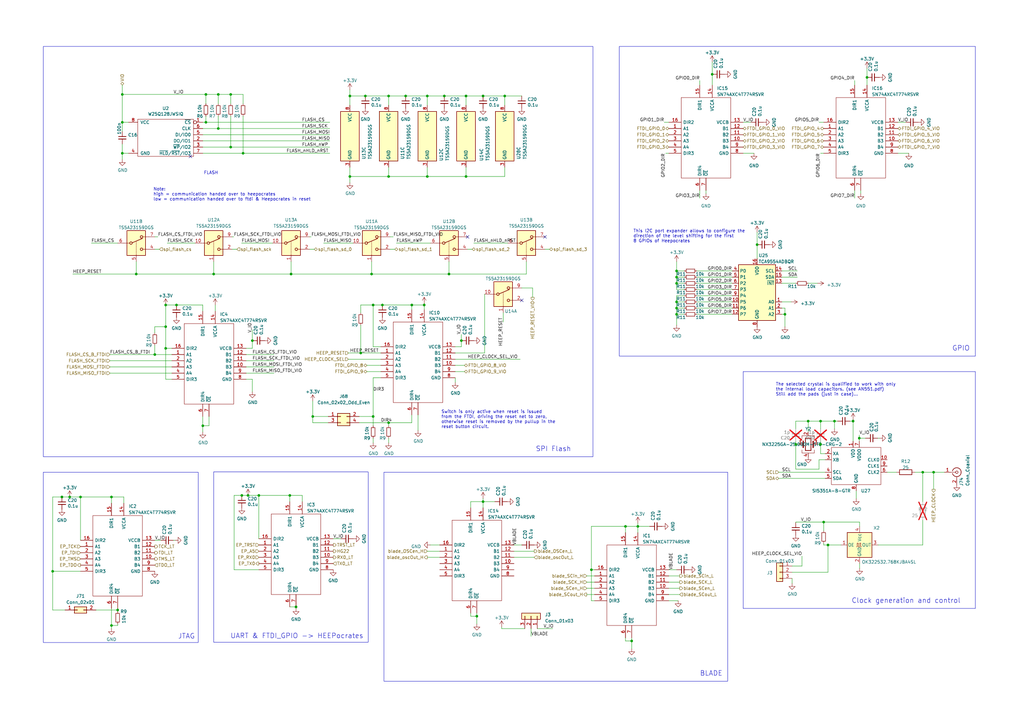
<source format=kicad_sch>
(kicad_sch (version 20230121) (generator eeschema)
  (paper "A3")
  (title_block (title "Heepocrates Testing Board (HTB)") (company "Embedded Systems Laboratory") (comment 1 "Jose Miranda & Christoph Müller 2023"))
  (junction (at 337.82 214.122))
  (junction (at 277.495 126.365))
  (junction (at 321.945 128.905))
  (junction (at 184.15 112.395))
  (junction (at 339.598 223.52))
  (junction (at 175.26 72.39))
  (junction (at 175.26 39.37))
  (junction (at 50.165 50.165))
  (junction (at 331.47 172.72))
  (junction (at 382.905 193.675))
  (junction (at 149.86 39.37))
  (junction (at 182.245 39.37))
  (junction (at 89.535 38.735))
  (junction (at 277.495 123.825))
  (junction (at 261.62 215.9))
  (junction (at 242.57 233.68))
  (junction (at 72.39 125.095))
  (junction (at 277.495 116.205))
  (junction (at 191.135 72.39))
  (junction (at 143.51 72.39))
  (junction (at 94.615 38.735))
  (junction (at 198.12 205.74))
  (junction (at 99.695 62.865))
  (junction (at 153.035 125.095))
  (junction (at 48.26 250.19))
  (junction (at 198.12 39.37))
  (junction (at 118.872 203.2))
  (junction (at 191.135 39.37))
  (junction (at 355.6 31.75))
  (junction (at 207.01 39.37))
  (junction (at 63.5 145.415))
  (junction (at 310.515 100.33))
  (junction (at 168.91 125.095))
  (junction (at 45.72 256.54))
  (junction (at 166.37 39.37))
  (junction (at 143.51 39.37))
  (junction (at 153.035 170.815))
  (junction (at 101.727 203.2))
  (junction (at 159.385 173.355))
  (junction (at 342.265 172.72))
  (junction (at 106.172 203.2))
  (junction (at 195.58 252.73))
  (junction (at 94.615 60.325))
  (junction (at 67.945 142.875))
  (junction (at 25.4 203.835))
  (junction (at 50.165 38.735))
  (junction (at 173.99 125.095))
  (junction (at 89.535 52.705))
  (junction (at 159.385 39.37))
  (junction (at 67.945 133.985))
  (junction (at 156.845 125.095))
  (junction (at 277.495 113.665))
  (junction (at 103.505 139.7))
  (junction (at 21.59 234.315))
  (junction (at 33.02 203.835))
  (junction (at 28.575 203.835))
  (junction (at 84.455 38.735))
  (junction (at 378.46 193.675))
  (junction (at 256.54 215.9))
  (junction (at 326.39 182.245))
  (junction (at 277.495 111.125))
  (junction (at 99.187 203.2))
  (junction (at 152.4 112.395))
  (junction (at 352.425 179.705))
  (junction (at 189.23 139.7))
  (junction (at 336.55 172.72))
  (junction (at 128.27 170.815))
  (junction (at 121.412 248.92))
  (junction (at 50.165 62.865))
  (junction (at 67.945 125.095))
  (junction (at 55.88 112.395))
  (junction (at 87.63 112.395))
  (junction (at 83.185 174.625))
  (junction (at 349.885 172.72))
  (junction (at 119.38 112.395))
  (junction (at 147.955 144.78))
  (junction (at 277.495 128.905))
  (junction (at 336.55 182.245))
  (junction (at 159.385 72.39))
  (junction (at 259.08 262.89))
  (junction (at 84.455 50.165))
  (junction (at 45.72 203.835))
  (junction (at 292.1 30.48))
  (no_connect (at 223.52 97.155))
  (no_connect (at 191.77 97.155))
  (no_connect (at 78.105 64.135))
  (no_connect (at 213.995 123.19))
  (wire (pts (xy 159.385 39.37) (xy 166.37 39.37)))
  (wire (pts (xy 218.44 121.92) (xy 218.44 118.11)))
  (wire (pts (xy 106.172 220.98) (xy 106.172 203.2)))
  (wire (pts (xy 50.165 59.055) (xy 50.165 62.865)))
  (wire (pts (xy 63.5 145.415) (xy 70.485 145.415)))
  (wire (pts (xy 25.4 203.835) (xy 28.575 203.835)))
  (wire (pts (xy 195.58 251.46) (xy 195.58 252.73)))
  (wire (pts (xy 63.5 133.985) (xy 67.945 133.985)))
  (wire (pts (xy 328.93 228.092) (xy 328.93 232.156)))
  (wire (pts (xy 280.67 118.745) (xy 277.495 118.745)))
  (wire (pts (xy 95.25 102.235) (xy 97.155 102.235)))
  (wire (pts (xy 360.172 223.52) (xy 378.46 223.52)))
  (wire (pts (xy 52.705 62.865) (xy 50.165 62.865)))
  (wire (pts (xy 21.59 250.19) (xy 21.59 234.315)))
  (wire (pts (xy 355.6 27.94) (xy 355.6 31.75)))
  (wire (pts (xy 343.535 172.72) (xy 342.265 172.72)))
  (wire (pts (xy 378.46 193.675) (xy 378.46 205.74)))
  (wire (pts (xy 101.727 203.2) (xy 106.172 203.2)))
  (wire (pts (xy 338.455 188.595) (xy 335.915 188.595)))
  (wire (pts (xy 89.535 38.735) (xy 89.535 42.545)))
  (wire (pts (xy 67.945 155.575) (xy 70.485 155.575)))
  (wire (pts (xy 355.6 31.75) (xy 355.6 34.925)))
  (wire (pts (xy 48.26 250.19) (xy 48.26 250.825)))
  (wire (pts (xy 96.012 203.2) (xy 99.187 203.2)))
  (wire (pts (xy 175.26 68.58) (xy 175.26 72.39)))
  (wire (pts (xy 277.495 113.665) (xy 280.67 113.665)))
  (wire (pts (xy 342.265 175.895) (xy 342.265 172.72)))
  (wire (pts (xy 100.965 145.415) (xy 112.395 145.415)))
  (wire (pts (xy 26.67 250.19) (xy 21.59 250.19)))
  (wire (pts (xy 285.75 111.125) (xy 300.355 111.125)))
  (wire (pts (xy 127 102.235) (xy 128.905 102.235)))
  (wire (pts (xy 274.32 246.38) (xy 278.13 246.38)))
  (wire (pts (xy 194.31 99.695) (xy 208.28 99.695)))
  (wire (pts (xy 191.135 39.37) (xy 198.12 39.37)))
  (wire (pts (xy 368.3 50.165) (xy 371.475 50.165)))
  (wire (pts (xy 182.245 39.37) (xy 191.135 39.37)))
  (wire (pts (xy 142.875 144.78) (xy 147.955 144.78)))
  (wire (pts (xy 360.045 179.705) (xy 360.68 179.705)))
  (wire (pts (xy 150.495 149.86) (xy 156.21 149.86)))
  (wire (pts (xy 285.75 128.905) (xy 300.355 128.905)))
  (wire (pts (xy 175.26 39.37) (xy 175.26 43.18)))
  (wire (pts (xy 319.405 196.215) (xy 338.455 196.215)))
  (wire (pts (xy 127 97.155) (xy 127.635 97.155)))
  (wire (pts (xy 272.415 50.165) (xy 274.32 50.165)))
  (wire (pts (xy 83.185 170.815) (xy 83.185 174.625)))
  (wire (pts (xy 45.72 256.54) (xy 45.72 249.555)))
  (wire (pts (xy 33.02 203.835) (xy 45.72 203.835)))
  (wire (pts (xy 168.91 125.095) (xy 168.91 127)))
  (wire (pts (xy 71.755 221.615) (xy 71.12 221.615)))
  (wire (pts (xy 153.035 179.705) (xy 153.035 181.61)))
  (wire (pts (xy 240.665 241.3) (xy 243.84 241.3)))
  (wire (pts (xy 128.27 170.815) (xy 128.27 173.355)))
  (wire (pts (xy 83.185 60.325) (xy 94.615 60.325)))
  (wire (pts (xy 63.5 221.615) (xy 66.04 221.615)))
  (wire (pts (xy 33.02 221.615) (xy 33.02 203.835)))
  (wire (pts (xy 159.385 72.39) (xy 175.26 72.39)))
  (wire (pts (xy 285.75 116.205) (xy 300.355 116.205)))
  (wire (pts (xy 83.185 62.865) (xy 99.695 62.865)))
  (wire (pts (xy 352.552 231.14) (xy 352.552 233.045)))
  (wire (pts (xy 349.885 172.085) (xy 349.885 172.72)))
  (wire (pts (xy 321.945 126.365) (xy 321.945 128.905)))
  (wire (pts (xy 277.495 111.125) (xy 280.67 111.125)))
  (wire (pts (xy 67.945 155.575) (xy 67.945 142.875)))
  (wire (pts (xy 277.495 113.665) (xy 277.495 111.125)))
  (wire (pts (xy 94.615 60.325) (xy 135.255 60.325)))
  (wire (pts (xy 153.035 170.815) (xy 147.32 170.815)))
  (wire (pts (xy 354.965 179.705) (xy 352.425 179.705)))
  (wire (pts (xy 160.02 102.235) (xy 161.925 102.235)))
  (wire (pts (xy 83.185 50.165) (xy 84.455 50.165)))
  (wire (pts (xy 261.62 215.9) (xy 256.54 215.9)))
  (wire (pts (xy 324.866 237.236) (xy 324.866 239.268)))
  (wire (pts (xy 186.69 154.94) (xy 186.69 156.845)))
  (wire (pts (xy 292.1 25.4) (xy 292.1 30.48)))
  (wire (pts (xy 202.946 205.74) (xy 198.12 205.74)))
  (wire (pts (xy 173.99 124.46) (xy 173.99 125.095)))
  (wire (pts (xy 83.185 57.785) (xy 135.255 57.785)))
  (wire (pts (xy 45.085 147.955) (xy 70.485 147.955)))
  (wire (pts (xy 326.39 172.72) (xy 326.39 175.895)))
  (wire (pts (xy 83.185 174.625) (xy 83.185 177.165)))
  (wire (pts (xy 280.67 121.285) (xy 277.495 121.285)))
  (wire (pts (xy 152.4 107.315) (xy 152.4 112.395)))
  (wire (pts (xy 193.04 205.74) (xy 193.04 208.28)))
  (wire (pts (xy 159.385 173.355) (xy 159.385 174.625)))
  (wire (pts (xy 67.945 142.875) (xy 70.485 142.875)))
  (wire (pts (xy 166.37 39.37) (xy 175.26 39.37)))
  (wire (pts (xy 84.455 38.735) (xy 89.535 38.735)))
  (wire (pts (xy 63.5 136.525) (xy 63.5 133.985)))
  (wire (pts (xy 50.165 34.925) (xy 50.165 38.735)))
  (wire (pts (xy 100.965 147.955) (xy 112.395 147.955)))
  (wire (pts (xy 348.615 172.72) (xy 349.885 172.72)))
  (wire (pts (xy 336.55 172.72) (xy 336.55 175.895)))
  (wire (pts (xy 103.505 135.255) (xy 103.505 139.7)))
  (wire (pts (xy 205.74 257.175) (xy 205.74 257.81)))
  (wire (pts (xy 266.446 215.9) (xy 261.62 215.9)))
  (wire (pts (xy 327.025 113.665) (xy 320.675 113.665)))
  (wire (pts (xy 326.39 214.376) (xy 326.39 214.122)))
  (wire (pts (xy 326.39 172.72) (xy 331.47 172.72)))
  (wire (pts (xy 278.765 236.22) (xy 274.32 236.22)))
  (wire (pts (xy 335.28 182.245) (xy 336.55 182.245)))
  (wire (pts (xy 259.08 262.89) (xy 259.08 266.065)))
  (wire (pts (xy 287.02 33.02) (xy 287.02 34.925)))
  (wire (pts (xy 159.385 173.355) (xy 168.91 173.355)))
  (wire (pts (xy 96.012 203.2) (xy 96.012 233.68)))
  (wire (pts (xy 277.495 111.125) (xy 277.495 107.315)))
  (wire (pts (xy 175.26 72.39) (xy 191.135 72.39)))
  (wire (pts (xy 118.872 203.2) (xy 118.872 205.74)))
  (wire (pts (xy 189.23 142.24) (xy 189.23 139.7)))
  (wire (pts (xy 219.075 226.06) (xy 210.82 226.06)))
  (wire (pts (xy 159.385 68.58) (xy 159.385 72.39)))
  (wire (pts (xy 160.02 97.155) (xy 161.29 97.155)))
  (wire (pts (xy 207.01 39.37) (xy 213.995 39.37)))
  (wire (pts (xy 143.51 72.39) (xy 143.51 68.58)))
  (wire (pts (xy 210.82 223.52) (xy 213.995 223.52)))
  (wire (pts (xy 335.915 50.165) (xy 337.82 50.165)))
  (wire (pts (xy 88.265 125.095) (xy 88.265 127.635)))
  (wire (pts (xy 285.75 113.665) (xy 300.355 113.665)))
  (wire (pts (xy 21.59 203.835) (xy 25.4 203.835)))
  (wire (pts (xy 50.165 50.165) (xy 52.705 50.165)))
  (wire (pts (xy 285.75 126.365) (xy 300.355 126.365)))
  (wire (pts (xy 152.4 112.395) (xy 119.38 112.395)))
  (wire (pts (xy 48.26 249.555) (xy 48.26 250.19)))
  (wire (pts (xy 186.69 152.4) (xy 190.5 152.4)))
  (wire (pts (xy 168.91 125.095) (xy 156.845 125.095)))
  (wire (pts (xy 143.51 36.83) (xy 143.51 39.37)))
  (wire (pts (xy 382.905 200.66) (xy 382.905 193.675)))
  (wire (pts (xy 189.23 139.7) (xy 189.23 137.16)))
  (wire (pts (xy 331.47 172.72) (xy 331.47 177.165)))
  (wire (pts (xy 324.866 232.156) (xy 328.93 232.156)))
  (wire (pts (xy 119.38 107.315) (xy 119.38 112.395)))
  (wire (pts (xy 280.67 128.905) (xy 277.495 128.905)))
  (wire (pts (xy 45.085 145.415) (xy 63.5 145.415)))
  (wire (pts (xy 143.51 72.39) (xy 143.51 74.93)))
  (wire (pts (xy 68.58 99.695) (xy 80.01 99.695)))
  (wire (pts (xy 287.02 81.28) (xy 287.02 78.105)))
  (wire (pts (xy 363.855 193.675) (xy 367.665 193.675)))
  (wire (pts (xy 39.37 250.19) (xy 48.26 250.19)))
  (wire (pts (xy 220.345 257.81) (xy 226.695 257.81)))
  (wire (pts (xy 320.675 111.125) (xy 327.025 111.125)))
  (wire (pts (xy 320.675 123.825) (xy 324.485 123.825)))
  (wire (pts (xy 29.845 112.395) (xy 55.88 112.395)))
  (wire (pts (xy 147.32 173.355) (xy 159.385 173.355)))
  (wire (pts (xy 242.57 233.68) (xy 243.84 233.68)))
  (wire (pts (xy 184.15 112.395) (xy 152.4 112.395)))
  (wire (pts (xy 156.21 142.24) (xy 153.035 142.24)))
  (wire (pts (xy 326.39 182.245) (xy 326.39 192.405)))
  (wire (pts (xy 353.06 79.375) (xy 353.06 78.105)))
  (wire (pts (xy 153.035 170.815) (xy 153.035 174.625)))
  (wire (pts (xy 128.27 173.355) (xy 134.62 173.355)))
  (wire (pts (xy 207.01 72.39) (xy 207.01 68.58)))
  (wire (pts (xy 337.82 223.52) (xy 339.598 223.52)))
  (wire (pts (xy 63.5 97.155) (xy 64.77 97.155)))
  (wire (pts (xy 277.495 116.205) (xy 277.495 113.665)))
  (wire (pts (xy 320.675 128.905) (xy 321.945 128.905)))
  (wire (pts (xy 84.455 50.165) (xy 84.455 47.625)))
  (wire (pts (xy 159.385 72.39) (xy 143.51 72.39)))
  (wire (pts (xy 121.412 249.555) (xy 121.412 248.92)))
  (wire (pts (xy 83.185 125.095) (xy 83.185 127.635)))
  (wire (pts (xy 310.515 95.25) (xy 310.515 100.33)))
  (wire (pts (xy 45.085 153.035) (xy 70.485 153.035)))
  (wire (pts (xy 83.185 52.705) (xy 89.535 52.705)))
  (wire (pts (xy 96.012 233.68) (xy 106.172 233.68)))
  (wire (pts (xy 372.745 62.865) (xy 368.3 62.865)))
  (wire (pts (xy 48.26 255.905) (xy 48.26 256.54)))
  (wire (pts (xy 173.99 125.095) (xy 173.99 127)))
  (wire (pts (xy 45.72 203.835) (xy 50.8 203.835)))
  (wire (pts (xy 55.88 107.315) (xy 55.88 112.395)))
  (wire (pts (xy 84.455 42.545) (xy 84.455 38.735)))
  (wire (pts (xy 106.172 203.2) (xy 118.872 203.2)))
  (wire (pts (xy 84.455 50.165) (xy 135.255 50.165)))
  (wire (pts (xy 326.39 182.245) (xy 327.66 182.245)))
  (wire (pts (xy 159.385 39.37) (xy 159.385 43.18)))
  (wire (pts (xy 277.495 126.365) (xy 277.495 128.905)))
  (wire (pts (xy 336.55 182.245) (xy 336.55 186.055)))
  (wire (pts (xy 310.515 100.33) (xy 310.515 106.045)))
  (wire (pts (xy 99.187 203.2) (xy 101.727 203.2)))
  (wire (pts (xy 256.54 215.9) (xy 256.54 218.44)))
  (wire (pts (xy 191.135 72.39) (xy 207.01 72.39)))
  (wire (pts (xy 153.035 142.24) (xy 153.035 125.095)))
  (wire (pts (xy 198.12 205.74) (xy 198.12 208.28)))
  (wire (pts (xy 335.915 188.595) (xy 335.915 192.405)))
  (wire (pts (xy 94.615 42.545) (xy 94.615 38.735)))
  (wire (pts (xy 72.39 125.095) (xy 83.185 125.095)))
  (wire (pts (xy 309.245 62.865) (xy 304.8 62.865)))
  (wire (pts (xy 103.505 155.575) (xy 103.505 160.655)))
  (wire (pts (xy 285.75 118.745) (xy 300.355 118.745)))
  (wire (pts (xy 123.952 203.2) (xy 123.952 205.74)))
  (wire (pts (xy 87.63 112.395) (xy 55.88 112.395)))
  (wire (pts (xy 21.59 234.315) (xy 21.59 203.835)))
  (wire (pts (xy 162.56 99.695) (xy 176.53 99.695)))
  (wire (pts (xy 326.39 116.205) (xy 320.675 116.205)))
  (wire (pts (xy 184.15 107.315) (xy 184.15 112.395)))
  (wire (pts (xy 45.72 257.81) (xy 45.72 256.54)))
  (wire (pts (xy 240.665 238.76) (xy 243.84 238.76)))
  (wire (pts (xy 100.965 142.875) (xy 103.505 142.875)))
  (wire (pts (xy 285.75 121.285) (xy 300.355 121.285)))
  (wire (pts (xy 277.495 118.745) (xy 277.495 116.205)))
  (wire (pts (xy 173.99 125.095) (xy 168.91 125.095)))
  (wire (pts (xy 278.765 238.76) (xy 274.32 238.76)))
  (wire (pts (xy 198.755 144.78) (xy 186.69 144.78)))
  (wire (pts (xy 274.32 233.68) (xy 277.495 233.68)))
  (wire (pts (xy 89.535 52.705) (xy 135.255 52.705)))
  (wire (pts (xy 217.805 257.81) (xy 217.805 260.985)))
  (wire (pts (xy 223.52 102.235) (xy 225.425 102.235)))
  (wire (pts (xy 215.265 257.81) (xy 205.74 257.81)))
  (wire (pts (xy 240.665 236.22) (xy 243.84 236.22)))
  (wire (pts (xy 351.155 201.295) (xy 351.155 204.47)))
  (wire (pts (xy 85.725 170.815) (xy 85.725 174.625)))
  (wire (pts (xy 191.135 72.39) (xy 191.135 68.58)))
  (wire (pts (xy 186.69 142.24) (xy 189.23 142.24)))
  (wire (pts (xy 195.58 252.73) (xy 195.58 255.905)))
  (wire (pts (xy 191.135 39.37) (xy 191.135 43.18)))
  (wire (pts (xy 259.08 261.62) (xy 259.08 262.89)))
  (wire (pts (xy 132.715 99.695) (xy 144.78 99.695)))
  (wire (pts (xy 350.52 33.02) (xy 350.52 34.925)))
  (wire (pts (xy 339.598 234.696) (xy 324.866 234.696)))
  (wire (pts (xy 176.53 223.52) (xy 180.34 223.52)))
  (wire (pts (xy 67.945 133.985) (xy 67.945 125.095)))
  (wire (pts (xy 193.04 251.46) (xy 193.04 252.73)))
  (wire (pts (xy 337.82 222.758) (xy 337.82 223.52)))
  (wire (pts (xy 219.075 228.6) (xy 210.82 228.6)))
  (wire (pts (xy 289.56 79.375) (xy 289.56 78.105)))
  (wire (pts (xy 292.1 30.48) (xy 292.1 34.925)))
  (wire (pts (xy 175.26 228.6) (xy 180.34 228.6)))
  (wire (pts (xy 242.57 215.9) (xy 256.54 215.9)))
  (wire (pts (xy 350.52 81.28) (xy 350.52 78.105)))
  (wire (pts (xy 336.55 62.865) (xy 337.82 62.865)))
  (wire (pts (xy 218.44 118.11) (xy 213.995 118.11)))
  (wire (pts (xy 95.25 97.155) (xy 95.885 97.155)))
  (wire (pts (xy 103.505 139.7) (xy 103.505 142.875)))
  (wire (pts (xy 261.62 214.63) (xy 261.62 215.9)))
  (wire (pts (xy 378.46 193.675) (xy 382.905 193.675)))
  (wire (pts (xy 159.385 179.705) (xy 159.385 181.61)))
  (wire (pts (xy 242.57 233.68) (xy 242.57 215.9)))
  (wire (pts (xy 142.875 147.32) (xy 156.21 147.32)))
  (wire (pts (xy 50.165 50.165) (xy 50.165 53.975)))
  (wire (pts (xy 277.495 121.285) (xy 277.495 123.825)))
  (wire (pts (xy 175.26 226.06) (xy 180.34 226.06)))
  (wire (pts (xy 128.27 170.815) (xy 134.62 170.815)))
  (wire (pts (xy 99.695 47.625) (xy 99.695 62.865)))
  (wire (pts (xy 277.495 128.905) (xy 277.495 133.35)))
  (wire (pts (xy 198.12 205.74) (xy 193.04 205.74)))
  (wire (pts (xy 150.495 152.4) (xy 156.21 152.4)))
  (wire (pts (xy 339.598 223.52) (xy 339.598 234.696)))
  (wire (pts (xy 50.165 62.865) (xy 50.165 65.405)))
  (wire (pts (xy 243.84 246.38) (xy 242.57 246.38)))
  (wire (pts (xy 331.47 116.205) (xy 335.28 116.205)))
  (wire (pts (xy 45.72 256.54) (xy 48.26 256.54)))
  (wire (pts (xy 186.69 149.86) (xy 190.5 149.86)))
  (wire (pts (xy 94.615 38.735) (xy 99.695 38.735)))
  (wire (pts (xy 118.872 203.2) (xy 123.952 203.2)))
  (wire (pts (xy 352.425 178.435) (xy 352.425 179.705)))
  (wire (pts (xy 352.552 214.122) (xy 337.82 214.122)))
  (wire (pts (xy 99.695 38.735) (xy 99.695 42.545)))
  (wire (pts (xy 37.465 99.695) (xy 48.26 99.695)))
  (wire (pts (xy 336.55 180.975) (xy 336.55 182.245)))
  (wire (pts (xy 193.04 252.73) (xy 195.58 252.73)))
  (wire (pts (xy 191.77 102.235) (xy 193.675 102.235)))
  (wire (pts (xy 156.845 125.095) (xy 153.035 125.095)))
  (wire (pts (xy 215.9 112.395) (xy 184.15 112.395)))
  (wire (pts (xy 33.02 234.315) (xy 21.59 234.315)))
  (wire (pts (xy 198.12 204.47) (xy 198.12 205.74)))
  (wire (pts (xy 280.67 123.825) (xy 277.495 123.825)))
  (wire (pts (xy 198.12 39.37) (xy 207.01 39.37)))
  (wire (pts (xy 207.01 39.37) (xy 207.01 43.18)))
  (wire (pts (xy 94.615 47.625) (xy 94.615 60.325)))
  (wire (pts (xy 143.51 43.18) (xy 143.51 39.37)))
  (wire (pts (xy 336.55 172.72) (xy 342.265 172.72)))
  (wire (pts (xy 87.63 107.315) (xy 87.63 112.395)))
  (wire (pts (xy 331.47 172.72) (xy 336.55 172.72)))
  (wire (pts (xy 352.552 215.9) (xy 352.552 214.122)))
  (wire (pts (xy 63.5 141.605) (xy 63.5 145.415)))
  (wire (pts (xy 147.955 144.78) (xy 147.955 133.35)))
  (wire (pts (xy 67.945 125.095) (xy 72.39 125.095)))
  (wire (pts (xy 320.675 126.365) (xy 321.945 126.365)))
  (wire (pts (xy 67.945 142.875) (xy 67.945 133.985)))
  (wire (pts (xy 136.652 220.98) (xy 139.827 220.98)))
  (wire (pts (xy 198.755 144.78) (xy 198.755 120.65)))
  (wire (pts (xy 349.885 172.72) (xy 349.885 180.975)))
  (wire (pts (xy 280.67 126.365) (xy 277.495 126.365)))
  (wire (pts (xy 100.965 153.035) (xy 112.395 153.035)))
  (wire (pts (xy 89.535 38.735) (xy 94.615 38.735)))
  (wire (pts (xy 352.425 179.705) (xy 352.425 180.975)))
  (wire (pts (xy 278.765 243.84) (xy 274.32 243.84)))
  (wire (pts (xy 277.495 116.205) (xy 280.67 116.205)))
  (wire (pts (xy 375.285 193.675) (xy 378.46 193.675)))
  (wire (pts (xy 100.965 155.575) (xy 103.505 155.575)))
  (wire (pts (xy 277.495 123.825) (xy 277.495 126.365)))
  (wire (pts (xy 175.26 39.37) (xy 182.245 39.37)))
  (wire (pts (xy 168.91 170.18) (xy 168.91 173.355)))
  (wire (pts (xy 83.185 174.625) (xy 85.725 174.625)))
  (wire (pts (xy 339.598 223.52) (xy 344.932 223.52)))
  (wire (pts (xy 278.765 241.3) (xy 274.32 241.3)))
  (wire (pts (xy 337.82 214.122) (xy 337.82 217.678)))
  (wire (pts (xy 63.5 102.235) (xy 65.405 102.235)))
  (wire (pts (xy 99.06 99.695) (xy 111.76 99.695)))
  (wire (pts (xy 171.45 170.18) (xy 171.45 176.53)))
  (wire (pts (xy 261.62 215.9) (xy 261.62 218.44)))
  (wire (pts (xy 83.185 55.245) (xy 135.255 55.245)))
  (wire (pts (xy 143.51 39.37) (xy 149.86 39.37)))
  (wire (pts (xy 326.39 214.122) (xy 337.82 214.122)))
  (wire (pts (xy 119.38 112.395) (xy 87.63 112.395)))
  (wire (pts (xy 319.405 193.675) (xy 338.455 193.675)))
  (wire (pts (xy 50.8 203.835) (xy 50.8 206.375)))
  (wire (pts (xy 50.165 38.735) (xy 50.165 50.165)))
  (wire (pts (xy 45.72 203.835) (xy 45.72 206.375)))
  (wire (pts (xy 242.57 246.38) (xy 242.57 233.68)))
  (wire (pts (xy 273.05 62.865) (xy 274.32 62.865)))
  (wire (pts (xy 321.945 128.905) (xy 321.945 133.985)))
  (wire (pts (xy 99.695 62.865) (xy 135.255 62.865)))
  (wire (pts (xy 153.035 125.095) (xy 147.955 125.095)))
  (wire (pts (xy 186.69 147.32) (xy 213.36 147.32)))
  (wire (pts (xy 45.085 150.495) (xy 70.485 150.495)))
  (wire (pts (xy 326.39 180.975) (xy 326.39 182.245)))
  (wire (pts (xy 256.54 262.89) (xy 259.08 262.89)))
  (wire (pts (xy 206.375 132.08) (xy 206.375 128.27)))
  (wire (pts (xy 378.46 213.36) (xy 378.46 223.52)))
  (wire (pts (xy 382.905 193.675) (xy 387.35 193.675)))
  (wire (pts (xy 149.86 39.37) (xy 159.385 39.37)))
  (wire (pts (xy 240.665 243.84) (xy 243.84 243.84)))
  (wire (pts (xy 89.535 47.625) (xy 89.535 52.705)))
  (wire (pts (xy 84.455 38.735) (xy 50.165 38.735)))
  (wire (pts (xy 336.55 186.055) (xy 338.455 186.055)))
  (wire (pts (xy 335.915 192.405) (xy 326.39 192.405)))
  (wire (pts (xy 156.21 154.94) (xy 153.035 154.94)))
  (wire (pts (xy 256.54 261.62) (xy 256.54 262.89)))
  (wire (pts (xy 118.872 248.92) (xy 121.412 248.92)))
  (wire (pts (xy 304.8 50.165) (xy 307.975 50.165)))
  (wire (pts (xy 147.955 144.78) (xy 156.21 144.78)))
  (wire (pts (xy 100.965 150.495) (xy 112.395 150.495)))
  (wire (pts (xy 215.9 107.315) (xy 215.9 112.395)))
  (wire (pts (xy 128.27 164.465) (xy 128.27 170.815)))
  (wire (pts (xy 28.575 203.835) (xy 33.02 203.835)))
  (wire (pts (xy 147.955 125.095) (xy 147.955 128.27)))
  (wire (pts (xy 153.035 154.94) (xy 153.035 170.815)))
  (wire (pts (xy 285.75 123.825) (xy 300.355 123.825)))
  (rectangle (start 304.8 152.4) (end 400.05 249.555))
  (rectangle (start 254 19.05) (end 400.05 146.05))
  (rectangle (start 157.48 193.675) (end 298.45 279.4))
  (rectangle (start 87.63 193.548) (end 151.003 263.398))
  (rectangle (start 17.78 193.675) (end 81.28 263.525))
  (rectangle (start 17.78 19.05) (end 243.205 187.325))
  (text "Note: \nhigh = communication handed over to heepocrates\nlow = communication handed over to ftdi & Heepocrates in reset" (at 62.865 82.55 0) (effects (font (size 1.27 1.27)) (justify left bottom)))
  (text "The selected crystal is qualified to work with only \nthe internal load capacitors. (see AN551.pdf) \nStill add the pads (just in case)..." (at 318.135 162.56 0) (effects (font (size 1.27 1.27)) (justify left bottom)))
  (text "Switch is only active when reset is issued \nfrom the FTDI, driving the reset net to zero,\notherwise reset is removed by the pullup in the\nreset button circuit." (at 180.975 175.895 0) (effects (font (size 1.27 1.27)) (justify left bottom)))
  (text "FLASH" (at 89.535 71.755 0) (effects (font (size 1.27 1.27)) (justify right bottom)))
  (text "BLADE\n" (at 287.02 277.495 0) (effects (font (size 2 2)) (justify left bottom)))
  (text "SPI Flash" (at 219.71 185.42 0) (effects (font (size 2 2)) (justify left bottom)))
  (text "Clock generation and control" (at 349.25 247.65 0) (effects (font (size 2 2)) (justify left bottom)))
  (text "UART & FTDI_GPIO -> HEEPocrates\n" (at 94.488 262.128 0) (effects (font (size 2 2)) (justify left bottom)))
  (text "JTAG" (at 73.025 262.255 0) (effects (font (size 2 2)) (justify left bottom)))
  (text "This I2C port expander allows to configure the \ndirection of the level shifting for the first \n8 GPIOs of Heepocrates" (at 259.715 99.695 0) (effects (font (size 1.27 1.27)) (justify left bottom)))
  (text "GPIO" (at 390.525 144.145 0) (effects (font (size 2 2)) (justify left bottom)))
  (label "FLASH_CS" (at 123.825 50.165 0))
  (label "FLASH_SCK" (at 68.58 99.695 0))
  (label "V_IO" (at 368.3 50.165 0))
  (label "FLASH_MOSI" (at 123.825 55.245 0))
  (label "FLASH_MOSI_FTDI_VIO" (at 127.635 97.155 0))
  (label "GPIO5_DIR" (at 290.195 123.825 0))
  (label "SDA" (at 323.215 113.665 0))
  (label "GPIO3_DIR" (at 287.02 81.28 180))
  (label "FLASH_MISO" (at 123.825 57.785 0))
  (label "GPIO4_DIR" (at 350.52 33.02 180))
  (label "GPIO1_DIR" (at 290.195 113.665 0))
  (label "SCL" (at 320.675 193.675 0))
  (label "V_IO" (at 304.8 50.165 0))
  (label "DIR3" (at 153.035 160.655 0))
  (label "VBLADE" (at 276.225 233.68 90))
  (label "V_IO" (at 352.425 178.435 0))
  (label "FLASH_nHLD_nRST" (at 194.31 99.695 0))
  (label "GPIO0_DIR" (at 290.195 111.125 0))
  (label "HEEP_CLOCK_SEL_VIO" (at 328.93 228.092 180))
  (label "V_IO" (at 222.885 257.81 0))
  (label "V_IO" (at 71.12 38.735 0))
  (label "FLASH_MISO_FTDI_VIO" (at 103.505 153.035 0))
  (label "GPIO6_DIR" (at 336.55 62.865 270))
  (label "FLASH_MISO_FTDI_VIO" (at 161.29 97.155 0))
  (label "VBLADE" (at 212.09 223.52 90))
  (label "HEEP_RESET" (at 29.845 112.395 0))
  (label "HEEP_CLOCK_SEL_VIO" (at 191.77 147.32 0))
  (label "V_IO" (at 103.505 136.525 90))
  (label "FLASH_SCK" (at 123.825 52.705 0))
  (label "GPIO1_DIR" (at 272.415 50.165 180))
  (label "DIR4" (at 156.21 173.355 0))
  (label "FLASH_CS_B_FTDI" (at 45.085 145.415 0))
  (label "FLASH_nHLD_nRST" (at 117.475 62.865 0))
  (label "GPIO2_DIR" (at 290.195 116.205 0))
  (label "HEEP_RESET" (at 206.375 130.175 270))
  (label "HEEP_RESET" (at 143.51 144.78 0))
  (label "GPIO0_DIR" (at 287.02 33.02 180))
  (label "FLASH_MOSI_FTDI_VIO" (at 103.505 150.495 0))
  (label "FLASH_nWP" (at 162.56 99.695 0))
  (label "GPIO2_DIR" (at 273.05 62.865 270))
  (label "FLASH_MOSI" (at 99.06 99.695 0))
  (label "FLASH_CS_FTDI_VIO" (at 64.77 97.155 0))
  (label "FLASH_SCK_FTDI_VIO" (at 103.505 147.955 0))
  (label "VBLADE" (at 217.805 260.985 0))
  (label "GPIO7_DIR" (at 350.52 81.28 180))
  (label "FLASH_CS_FTDI_VIO" (at 103.505 145.415 0))
  (label "V_IO" (at 63.5 221.615 0))
  (label "V_IO" (at 328.422 214.122 0))
  (label "FLASH_SCK_FTDI_VIO" (at 95.885 97.155 0))
  (label "GPIO3_DIR" (at 290.195 118.745 0))
  (label "GPIO7_DIR" (at 290.195 128.905 0))
  (label "FLASH_MISO" (at 132.715 99.695 0))
  (label "SDA" (at 320.675 196.215 0))
  (label "FLASH_nWP" (at 123.825 60.325 0))
  (label "V_IO" (at 189.23 137.16 90))
  (label "GPIO6_DIR" (at 290.195 126.365 0))
  (label "V_IO" (at 136.652 220.98 0))
  (label "FLASH_CS" (at 37.465 99.695 0))
  (label "GPIO5_DIR" (at 335.915 50.165 180))
  (label "GPIO4_DIR" (at 290.195 121.285 0))
  (label "SCL" (at 323.215 111.125 0))
  (hierarchical_label "blade_SCK_L" (shape output) (at 278.765 238.76 0))
  (hierarchical_label "FTDI_GPIO_9" (shape bidirectional) (at 150.495 152.4 180))
  (hierarchical_label "blade_SCin_L" (shape output) (at 278.765 236.22 0))
  (hierarchical_label "SCL" (shape input) (at 319.405 193.675 180))
  (hierarchical_label "blade_oscOut_H" (shape output) (at 175.26 228.6 180))
  (hierarchical_label "FTDI_GPIO_6_VIO" (shape bidirectional) (at 368.3 57.785 0))
  (hierarchical_label "spi_flash_sd_3" (shape bidirectional) (at 225.425 102.235 0))
  (hierarchical_label "FTDI_GPIO_3_VIO" (shape bidirectional) (at 304.8 60.325 0))
  (hierarchical_label "TRST_LT" (shape output) (at 136.652 223.52 0))
  (hierarchical_label "FTDI_GPIO_2_VIO" (shape bidirectional) (at 304.8 57.785 0))
  (hierarchical_label "VIO" (shape bidirectional) (at 50.165 34.925 90))
  (hierarchical_label "FTDI_GPIO_4_VIO" (shape bidirectional) (at 368.3 52.705 0))
  (hierarchical_label "FLASH_MISO_FTDI" (shape input) (at 45.085 153.035 180))
  (hierarchical_label "blade_SCK_H" (shape input) (at 240.665 238.76 180))
  (hierarchical_label "FTDI_GPIO_3" (shape bidirectional) (at 274.32 60.325 180))
  (hierarchical_label "blade_OSCen_H" (shape input) (at 175.26 226.06 180))
  (hierarchical_label "spi_flash_sd_1" (shape bidirectional) (at 161.925 102.235 0))
  (hierarchical_label "FTDI_GPIO_0" (shape bidirectional) (at 274.32 52.705 180))
  (hierarchical_label "FLASH_CS_B_FTDI" (shape input) (at 45.085 145.415 180))
  (hierarchical_label "FTDI_GPIO_7" (shape bidirectional) (at 337.82 60.325 180))
  (hierarchical_label "EP_TMS" (shape input) (at 33.02 229.235 180))
  (hierarchical_label "FTDI_GPIO_4" (shape bidirectional) (at 337.82 52.705 180))
  (hierarchical_label "FTDI_GPIO_9_VIO" (shape bidirectional) (at 190.5 152.4 0))
  (hierarchical_label "FTDI_GPIO_5_VIO" (shape bidirectional) (at 368.3 55.245 0))
  (hierarchical_label "HEEP_CLOCK" (shape output) (at 382.905 200.66 270))
  (hierarchical_label "EP_TDO" (shape output) (at 33.02 231.775 180))
  (hierarchical_label "spi_flash_cs" (shape input) (at 65.405 102.235 0))
  (hierarchical_label "EP_A5" (shape input) (at 106.172 226.06 180))
  (hierarchical_label "EP_TCK" (shape input) (at 33.02 224.155 180))
  (hierarchical_label "FTDI_GPIO_8_VIO" (shape bidirectional) (at 190.5 149.86 0))
  (hierarchical_label "HG22" (shape output) (at 136.652 226.06 0))
  (hierarchical_label "FTDI_GPIO_8" (shape bidirectional) (at 150.495 149.86 180))
  (hierarchical_label "TDO_LT" (shape input) (at 63.5 231.775 0))
  (hierarchical_label "HEEP_CLOCK_SEL" (shape input) (at 142.875 147.32 180))
  (hierarchical_label "spi_flash_sd_0" (shape bidirectional) (at 128.905 102.235 0))
  (hierarchical_label "FTDI_GPIO_2" (shape bidirectional) (at 274.32 57.785 180))
  (hierarchical_label "blade_SCout_H" (shape output) (at 240.665 243.84 180))
  (hierarchical_label "blade_oscOut_L" (shape input) (at 219.075 228.6 0))
  (hierarchical_label "blade_SCin_H" (shape input) (at 240.665 236.22 180))
  (hierarchical_label "blade_SCen_L" (shape output) (at 278.765 241.3 0))
  (hierarchical_label "spi_flash_sck" (shape input) (at 97.155 102.235 0))
  (hierarchical_label "blade_OSCen_L" (shape output) (at 219.075 226.06 0))
  (hierarchical_label "FLASH_MOSI_FTDI" (shape input) (at 45.085 150.495 180))
  (hierarchical_label "EP_TRST" (shape input) (at 106.172 223.52 180))
  (hierarchical_label "TMS_LT" (shape output) (at 63.5 229.235 0))
  (hierarchical_label "SDA" (shape bidirectional) (at 319.405 196.215 180))
  (hierarchical_label "HEEP_RESET_VIO" (shape output) (at 218.44 121.92 270))
  (hierarchical_label "FLASH_SCK_FTDI" (shape input) (at 45.085 147.955 180))
  (hierarchical_label "FTDI_GPIO_5" (shape bidirectional) (at 337.82 55.245 180))
  (hierarchical_label "TDI_LT" (shape output) (at 63.5 226.695 0))
  (hierarchical_label "FTDI_GPIO_1" (shape bidirectional) (at 274.32 55.245 180))
  (hierarchical_label "FTDI_GPIO_1_VIO" (shape bidirectional) (at 304.8 55.245 0))
  (hierarchical_label "FTDI_GPIO_0_VIO" (shape bidirectional) (at 304.8 52.705 0))
  (hierarchical_label "TX0_LT" (shape input) (at 136.652 231.14 0))
  (hierarchical_label "TCK_LT" (shape output) (at 63.5 224.155 0))
  (hierarchical_label "blade_SCen_H" (shape input) (at 240.665 241.3 180))
  (hierarchical_label "FTDI_GPIO_6" (shape bidirectional) (at 337.82 57.785 180))
  (hierarchical_label "spi_flash_sd_2" (shape bidirectional) (at 193.675 102.235 0))
  (hierarchical_label "EP_RX0" (shape input) (at 106.172 228.6 180))
  (hierarchical_label "EP_TDI" (shape input) (at 33.02 226.695 180))
  (hierarchical_label "HEEP_RESET" (shape input) (at 142.875 144.78 180))
  (hierarchical_label "EP_TX0" (shape output) (at 106.172 231.14 180))
  (hierarchical_label "RX0_LT" (shape output) (at 136.652 228.6 0))
  (hierarchical_label "FTDI_GPIO_7_VIO" (shape bidirectional) (at 368.3 60.325 0))
  (hierarchical_label "blade_SCout_L" (shape input) (at 278.765 243.84 0))
  (symbol (lib_id "power:GND") (at 324.866 239.268 0) (unit 1)
    (property "Reference" "#PWR031" (effects hide))
    (property "Value" "GND" (at 324.993 243.6622 0))
    (instances (project "HTB" (path "" (reference "#PWR031") (unit 1)) (path "" (reference "#PWR061") (unit 1))))
  )
  (symbol (lib_id "power:GND") (at 331.47 187.325 0) (unit 1)
    (property "Reference" "#PWR027" (effects hide))
    (property "Value" "GND" (at 328.93 190.5 0))
    (instances (project "HTB" (path "" (reference "#PWR027") (unit 1)) (path "" (reference "#PWR07") (unit 1)) (path "" (reference "#PWR0231") (unit 1))) (project "gsb-test" (path "" (reference "#PWR081") (unit 1))))
  )
  (symbol (lib_id "power:+3.3V") (at 128.27 164.465 0) (unit 1)
    (property "Reference" "#PWR0226" (effects hide))
    (property "Value" "+3.3V" (at 128.27 160.655 0))
  )
  (symbol (lib_id "Device:R_Small") (at 283.21 128.905 90) (mirror x) (unit 1)
    (property "Reference" "R11" (at 281.305 130.175 90) (effects (justify left)))
    (property "Value" "10k" (at 288.925 130.175 90) (effects (justify left)))
    (property "Footprint" "Resistor_SMD:R_0603_1608Metric" (effects hide))
    (property "Digikey Part Number" "P10KGCT-ND" (effects hide))
    (property "Mouser Part Number" "667-ERJ-3GEYJ103V" (effects hide))
    (property "LCSC" "C98220" (effects hide))
    (instances (project "HTB" (path "" (reference "R11") (unit 1)) (path "" (reference "R80") (unit 1)) (path "" (reference "R104") (unit 1))))
  )
  (symbol (lib_id "Device:C_Small") (at 326.39 216.916 0) (unit 1)
    (property "Reference" "C20" (at 328.7268 215.7476 0) (effects (justify left)))
    (property "Value" "0.1u" (at 328.7268 218.059 0) (effects (justify left)))
    (property "Footprint" "Capacitor_SMD:C_0603_1608Metric" (effects hide))
    (property "Digikey Part Number" "399-9158-1-ND" (effects hide))
    (property "Mouser Part Number" "80-C0805C104Z3V" (effects hide))
    (property "LCSC" "C19702" (effects hide))
    (instances (project "HTB" (path "" (reference "C20") (unit 1)) (path "" (reference "C22") (unit 1)) (path "" (reference "C49") (unit 1))))
  )
  (symbol (lib_id "Interface_Expansion:TCA9554DBQ") (at 310.515 118.745 0) (mirror y) (unit 1)
    (property "Reference" "U25" (at 311.0991 104.775 0) (effects (justify right)))
    (property "Value" "TCA9554ADBQR" (at 311.0991 107.315 0) (effects (justify right)))
    (property "Footprint" "Package_SO:SSOP-16_3.9x4.9mm_P0.635mm" (effects hide))
    (property "Datasheet" "https://www.ti.com/lit/ds/symlink/tca9554a.pdf" (effects hide))
    (property "LCSC" "C2652338" (effects hide))
    (instances (project "HTB" (path "" (reference "U25") (unit 1)) (path "" (reference "U24") (unit 1))))
  )
  (symbol (lib_id "Connector_Generic:Conn_01x03") (at 319.786 234.696 0) (mirror y) (unit 1)
    (property "Reference" "J3" (at 315.722 234.95 0))
    (property "Value" "Conn_01x03" (at 319.786 230.124 0))
    (property "Footprint" "Connector_PinSocket_2.54mm:PinSocket_1x03_P2.54mm_Vertical" (effects hide))
    (instances (project "HTB" (path "" (reference "J3") (unit 1)) (path "" (reference "J29") (unit 1)) (path "" (reference "J37") (unit 1))))
  )
  (symbol (lib_id "Device:R_Small") (at 153.035 177.165 0) (unit 1)
    (property "Reference" "R9" (at 149.225 179.705 0) (effects (justify left)))
    (property "Value" "10k" (at 150.495 178.435 90) (effects (justify left)))
    (property "Footprint" "Resistor_SMD:R_0603_1608Metric" (effects hide))
    (property "Digikey Part Number" "P10KGCT-ND" (effects hide))
    (property "Mouser Part Number" "667-ERJ-3GEYJ103V" (effects hide))
    (property "LCSC" "C98220" (effects hide))
    (instances (project "HTB" (path "" (reference "R9") (unit 1)) (path "" (reference "R76") (unit 1))))
  )
  (symbol (lib_id "Device:C_Small") (at 198.12 41.91 0) (unit 1)
    (property "Reference" "C20" (at 200.4568 40.7416 0) (effects (justify left)))
    (property "Value" "0.1u" (at 200.4568 43.053 0) (effects (justify left)))
    (property "Footprint" "Capacitor_SMD:C_0603_1608Metric" (effects hide))
    (property "Digikey Part Number" "399-9158-1-ND" (effects hide))
    (property "Mouser Part Number" "80-C0805C104Z3V" (effects hide))
    (property "LCSC" "C19702" (effects hide))
    (instances (project "HTB" (path "" (reference "C20") (unit 1)) (path "" (reference "C22") (unit 1)) (path "" (reference "C45") (unit 1))))
  )
  (symbol (lib_id "power:GND") (at 309.245 62.865 0) (unit 1)
    (property "Reference" "#PWR0256" (effects hide))
    (property "Value" "GND" (at 309.245 67.945 0))
  )
  (symbol (lib_id "power:GND") (at 213.995 44.45 0) (unit 1)
    (property "Reference" "#PWR059" (effects hide))
    (property "Value" "GND" (at 213.995 48.895 0))
  )
  (symbol (lib_id "power:GND") (at 376.555 50.165 90) (unit 1)
    (property "Reference" "#PWR0261" (effects hide))
    (property "Value" "GND" (at 381 50.165 0))
  )
  (symbol (lib_id "Device:R_Small") (at 94.615 45.085 0) (unit 1)
    (property "Reference" "R8" (at 90.805 47.625 0) (effects (justify left)))
    (property "Value" "10k" (at 92.075 46.355 90) (effects (justify left)))
    (property "Footprint" "Resistor_SMD:R_0603_1608Metric" (effects hide))
    (property "Digikey Part Number" "P10KGCT-ND" (effects hide))
    (property "Mouser Part Number" "667-ERJ-3GEYJ103V" (effects hide))
    (property "LCSC" "C98220" (effects hide))
  )
  (symbol (lib_id "power:GND") (at 103.505 160.655 0) (unit 1)
    (property "Reference" "#PWR031" (effects hide))
    (property "Value" "GND" (at 103.632 165.0492 0))
  )
  (symbol (lib_id "power:GND") (at 208.026 205.74 90) (unit 1)
    (property "Reference" "#PWR0219" (effects hide))
    (property "Value" "GND" (at 212.471 205.74 0))
  )
  (symbol (lib_id "power:GND") (at 83.185 177.165 0) (unit 1)
    (property "Reference" "#PWR031" (effects hide))
    (property "Value" "GND" (at 83.312 181.5592 0))
    (instances (project "HTB" (path "" (reference "#PWR031") (unit 1)) (path "" (reference "#PWR055") (unit 1))))
  )
  (symbol (lib_id "Analog_Switch:TS5A23159DGS") (at 152.4 99.695 0) (unit 1)
    (property "Reference" "U11" (at 152.4 90.805 0))
    (property "Value" "TS5A23159DGS" (at 152.4 93.345 0))
    (property "Footprint" "Package_SO:VSSOP-10_3x3mm_P0.5mm" (effects hide))
    (property "Datasheet" "http://www.ti.com/lit/ds/symlink/ts5a23159.pdf" (effects hide))
  )
  (symbol (lib_id "power:GND") (at 143.51 74.93 0) (unit 1)
    (property "Reference" "#PWR031" (effects hide))
    (property "Value" "GND" (at 143.637 79.3242 0))
    (instances (project "HTB" (path "" (reference "#PWR031") (unit 1)) (path "" (reference "#PWR057") (unit 1))))
  )
  (symbol (lib_id "power:+3.3V") (at 143.51 36.83 0) (unit 1)
    (property "Reference" "#PWR018" (effects hide))
    (property "Value" "+3.3V" (at 143.51 33.02 0))
  )
  (symbol (lib_id "power:GND") (at 166.37 44.45 0) (unit 1)
    (property "Reference" "#PWR0120" (effects hide))
    (property "Value" "GND" (at 166.37 48.895 0))
  )
  (symbol (lib_id "Device:C_Small") (at 156.845 127.635 0) (unit 1)
    (property "Reference" "C20" (at 159.1818 126.4666 0) (effects (justify left)))
    (property "Value" "0.1u" (at 159.1818 128.778 0) (effects (justify left)))
    (property "Footprint" "Capacitor_SMD:C_0603_1608Metric" (effects hide))
    (property "Digikey Part Number" "399-9158-1-ND" (effects hide))
    (property "Mouser Part Number" "80-C0805C104Z3V" (effects hide))
    (property "LCSC" "C19702" (effects hide))
    (instances (project "HTB" (path "" (reference "C20") (unit 1)) (path "" (reference "C22") (unit 1)) (path "" (reference "C34") (unit 1))))
  )
  (symbol (lib_id "power:GND") (at 72.39 130.175 0) (unit 1)
    (property "Reference" "#PWR091" (effects hide))
    (property "Value" "GND" (at 72.39 134.62 0))
  )
  (symbol (lib_id "power:GND") (at 313.055 50.165 90) (unit 1)
    (property "Reference" "#PWR0255" (effects hide))
    (property "Value" "GND" (at 317.5 50.165 0))
  )
  (symbol (lib_id "power:GND") (at 156.845 130.175 0) (unit 1)
    (property "Reference" "#PWR092" (effects hide))
    (property "Value" "GND" (at 156.845 134.62 0))
  )
  (symbol (lib_id "Device:C_Small") (at 336.55 178.435 180) (unit 1) (dnp yes)
    (property "Reference" "C20" (at 334.2132 179.6034 0) (effects (justify left)))
    (property "Value" "1p" (at 334.2132 177.292 0) (effects (justify left)))
    (property "Footprint" "Capacitor_SMD:C_0603_1608Metric" (effects hide))
    (instances (project "HTB" (path "" (reference "C20") (unit 1)) (path "" (reference "C22") (unit 1)) (path "" (reference "C88") (unit 1))) (project "gsb-test" (path "" (reference "C41") (unit 1))))
  )
  (symbol (lib_id "power:+3.3V") (at 277.495 107.315 0) (unit 1)
    (property "Reference" "#PWR0253" (effects hide))
    (property "Value" "+3.3V" (at 277.495 103.505 0))
  )
  (symbol (lib_id "power:GND") (at 282.575 233.68 90) (unit 1)
    (property "Reference" "#PWR0263" (effects hide))
    (property "Value" "GND" (at 287.02 233.68 0))
  )
  (symbol (lib_id "power:GND") (at 108.585 139.7 90) (unit 1)
    (property "Reference" "#PWR093" (effects hide))
    (property "Value" "GND" (at 113.03 139.7 0))
  )
  (symbol (lib_id "Analog_Switch:TS5A23159DGS") (at 184.15 99.695 0) (unit 2)
    (property "Reference" "U12" (at 184.15 90.805 0))
    (property "Value" "TS5A23159DGS" (at 184.15 93.345 0))
    (property "Footprint" "Package_SO:VSSOP-10_3x3mm_P0.5mm" (effects hide))
    (property "Datasheet" "http://www.ti.com/lit/ds/symlink/ts5a23159.pdf" (effects hide))
  )
  (symbol (lib_id "power:GND") (at 136.652 233.68 0) (unit 1)
    (property "Reference" "#PWR082" (effects hide))
    (property "Value" "GND" (at 136.652 238.125 0))
  )
  (symbol (lib_id "Device:R_Small") (at 63.5 139.065 0) (unit 1)
    (property "Reference" "R9" (at 59.69 141.605 0) (effects (justify left)))
    (property "Value" "10k" (at 60.96 140.335 90) (effects (justify left)))
    (property "Footprint" "Resistor_SMD:R_0603_1608Metric" (effects hide))
    (property "Digikey Part Number" "P10KGCT-ND" (effects hide))
    (property "Mouser Part Number" "667-ERJ-3GEYJ103V" (effects hide))
    (property "LCSC" "C98220" (effects hide))
    (instances (project "HTB" (path "" (reference "R9") (unit 1)) (path "" (reference "R26") (unit 1))))
  )
  (symbol (lib_id "External-lib:SN74AXC4T774RSVR") (at 274.32 50.165 0) (unit 1)
    (property "Reference" "IC15" (at 294.0559 36.195 0) (effects (justify left)))
    (property "Value" "SN74AXC4T774RSVR" (at 294.0559 38.735 0) (effects (justify left)))
    (property "Footprint" "heep_footprints:TI-UQFN-16" (effects hide))
    (property "Datasheet" "https://www.ti.com/lit/ds/symlink/sn74axc4t774.pdf?ts=1648217377324" (effects hide))
    (property "Description" "Bus Transceivers 4-bit dual-supply bus transceiver with 3-state outputs and independent direction control inputs 16-WQFN -40 to 125" (effects hide))
    (property "Height" "0.8" (effects hide))
    (property "Manufacturer_Name" "Texas Instruments" (effects hide))
    (property "Manufacturer_Part_Number" "SN74AXC4T774RSVR" (effects hide))
    (property "Mouser Part Number" "595-SN74AXC4T774RSVR" (effects hide))
    (property "Mouser Price/Stock" "https://www.mouser.ch/ProductDetail/Texas-Instruments/SN74AXC4T774RSVR?qs=%252B6g0mu59x7IImpRdBrxk6g%3D%3D" (effects hide))
  )
  (symbol (lib_id "power:GND") (at 352.552 233.045 0) (unit 1)
    (property "Reference" "#PWR031" (effects hide))
    (property "Value" "GND" (at 352.679 237.4392 0))
    (instances (project "HTB" (path "" (reference "#PWR031") (unit 1)) (path "" (reference "#PWR060") (unit 1))))
  )
  (symbol (lib_id "power:+3.3V") (at 88.265 125.095 0) (unit 1)
    (property "Reference" "#PWR039" (effects hide))
    (property "Value" "+3.3V" (at 88.265 121.285 0))
  )
  (symbol (lib_id "External-lib:SN74AXC4T774RSVR") (at 156.21 142.24 0) (unit 1)
    (property "Reference" "IC10" (at 175.9459 128.27 0) (effects (justify left)))
    (property "Value" "SN74AXC4T774RSVR" (at 175.9459 130.81 0) (effects (justify left)))
    (property "Footprint" "heep_footprints:TI-UQFN-16" (effects hide))
    (property "Datasheet" "https://www.ti.com/lit/ds/symlink/sn74axc4t774.pdf?ts=1648217377324" (effects hide))
    (property "Description" "Bus Transceivers 4-bit dual-supply bus transceiver with 3-state outputs and independent direction control inputs 16-WQFN -40 to 125" (effects hide))
    (property "Height" "0.8" (effects hide))
    (property "Manufacturer_Name" "Texas Instruments" (effects hide))
    (property "Manufacturer_Part_Number" "SN74AXC4T774RSVR" (effects hide))
    (property "Mouser Part Number" "595-SN74AXC4T774RSVR" (effects hide))
    (property "Mouser Price/Stock" "https://www.mouser.ch/ProductDetail/Texas-Instruments/SN74AXC4T774RSVR?qs=%252B6g0mu59x7IImpRdBrxk6g%3D%3D" (effects hide))
  )
  (symbol (lib_id "Device:C_Small") (at 294.64 30.48 90) (unit 1)
    (property "Reference" "C20" (at 293.4716 28.1432 0) (effects (justify left)))
    (property "Value" "0.1u" (at 295.783 28.1432 0) (effects (justify left)))
    (property "Footprint" "Capacitor_SMD:C_0603_1608Metric" (effects hide))
    (property "Digikey Part Number" "399-9158-1-ND" (effects hide))
    (property "Mouser Part Number" "80-C0805C104Z3V" (effects hide))
    (property "LCSC" "C19702" (effects hide))
    (instances (project "HTB" (path "" (reference "C20") (unit 1)) (path "" (reference "C22") (unit 1)) (path "" (reference "C64") (unit 1))))
  )
  (symbol (lib_id "Device:R_Small") (at 159.385 177.165 0) (unit 1)
    (property "Reference" "R9" (at 155.575 179.705 0) (effects (justify left)))
    (property "Value" "10k" (at 156.845 178.435 90) (effects (justify left)))
    (property "Footprint" "Resistor_SMD:R_0603_1608Metric" (effects hide))
    (property "Digikey Part Number" "P10KGCT-ND" (effects hide))
    (property "Mouser Part Number" "667-ERJ-3GEYJ103V" (effects hide))
    (property "LCSC" "C98220" (effects hide))
    (instances (project "HTB" (path "" (reference "R9") (unit 1)) (path "" (reference "R77") (unit 1))))
  )
  (symbol (lib_id "power:GND") (at 310.515 133.985 0) (unit 1)
    (property "Reference" "#PWR027" (effects hide))
    (property "Value" "GND" (at 310.642 138.3792 0))
    (instances (project "HTB" (path "" (reference "#PWR027") (unit 1)) (path "" (reference "#PWR0230") (unit 1)) (path "" (reference "#PWR0217") (unit 1))))
  )
  (symbol (lib_id "power:GND") (at 71.755 221.615 90) (unit 1)
    (property "Reference" "#PWR096" (effects hide))
    (property "Value" "GND" (at 76.2 221.615 0))
  )
  (symbol (lib_id "Connector:Conn_Coaxial") (at 392.43 193.675 0) (unit 1)
    (property "Reference" "J74" (at 394.335 199.39 90) (effects (justify left)))
    (property "Value" "Conn_Coaxial" (at 396.875 199.39 90) (effects (justify left)))
    (property "Footprint" "Connector_Coaxial:SMA_Amphenol_901-144_Vertical" (effects hide))
    (property "Datasheet" " ~" (effects hide))
    (instances (project "HTB" (path "" (reference "J74") (unit 1))) (project "gsb-test" (path "" (reference "J15") (unit 1))))
  )
  (symbol (lib_id "power:+3.3V") (at 324.485 123.825 270) (unit 1)
    (property "Reference" "#PWR0249" (effects hide))
    (property "Value" "+3.3V" (at 328.295 124.46 90) (effects (justify left)))
  )
  (symbol (lib_id "Device:C_Small") (at 50.165 56.515 0) (unit 1)
    (property "Reference" "C16" (at 52.5018 55.3466 0) (effects (justify left)))
    (property "Value" "100n" (at 48.895 55.245 90) (effects (justify left)))
    (property "Footprint" "Capacitor_SMD:C_0603_1608Metric" (effects hide))
    (property "Digikey Part Number" "399-9158-1-ND" (effects hide))
    (property "Mouser Part Number" "80-C0805C104Z3V" (effects hide))
    (property "LCSC" "C30926" (effects hide))
  )
  (symbol (lib_id "Device:C_Small") (at 268.986 215.9 90) (unit 1)
    (property "Reference" "C20" (at 267.8176 213.5632 0) (effects (justify left)))
    (property "Value" "0.1u" (at 270.129 213.5632 0) (effects (justify left)))
    (property "Footprint" "Capacitor_SMD:C_0603_1608Metric" (effects hide))
    (property "Digikey Part Number" "399-9158-1-ND" (effects hide))
    (property "Mouser Part Number" "80-C0805C104Z3V" (effects hide))
    (property "LCSC" "C19702" (effects hide))
    (instances (project "HTB" (path "" (reference "C20") (unit 1)) (path "" (reference "C22") (unit 1)) (path "" (reference "C95") (unit 1))))
  )
  (symbol (lib_id "Device:R") (at 371.475 193.675 270) (mirror x) (unit 1)
    (property "Reference" "R12" (at 371.475 189.23 90))
    (property "Value" "25" (at 371.475 191.77 90))
    (property "Footprint" "Resistor_SMD:R_0603_1608Metric" (effects hide))
    (instances (project "HTB" (path "" (reference "R12") (unit 1)) (path "" (reference "R15") (unit 1)) (path "" (reference "R82") (unit 1))) (project "gsb-test" (path "" (reference "R18") (unit 1))))
  )
  (symbol (lib_id "power:GND") (at 321.945 133.985 0) (unit 1)
    (property "Reference" "#PWR027" (effects hide))
    (property "Value" "GND" (at 322.072 138.3792 0))
    (instances (project "HTB" (path "" (reference "#PWR027") (unit 1)) (path "" (reference "#PWR0248") (unit 1)) (path "" (reference "#PWR0218") (unit 1))))
  )
  (symbol (lib_id "Analog_Switch:TS5A23159DGS") (at 159.385 55.88 0) (unit 3)
    (property "Reference" "U11" (at 165.1 65.405 90) (effects (justify left)))
    (property "Value" "TS5A23159DGS" (at 167.64 65.405 90) (effects (justify left)))
    (property "Footprint" "Package_SO:VSSOP-10_3x3mm_P0.5mm" (effects hide))
    (property "Datasheet" "http://www.ti.com/lit/ds/symlink/ts5a23159.pdf" (effects hide))
  )
  (symbol (lib_id "Device:R_Small") (at 48.26 253.365 180) (unit 1)
    (property "Reference" "R9" (at 52.07 250.825 0) (effects (justify left)))
    (property "Value" "10k" (at 50.8 252.095 90) (effects (justify left)))
    (property "Footprint" "Resistor_SMD:R_0603_1608Metric" (effects hide))
    (property "Digikey Part Number" "P10KGCT-ND" (effects hide))
    (property "Mouser Part Number" "667-ERJ-3GEYJ103V" (effects hide))
    (property "LCSC" "C98220" (effects hide))
    (instances (project "HTB" (path "" (reference "R9") (unit 1)) (path "" (reference "R79") (unit 1))))
  )
  (symbol (lib_id "Analog_Switch:TS5A23159DGS") (at 143.51 55.88 0) (unit 3)
    (property "Reference" "U13" (at 149.225 65.405 90) (effects (justify left)))
    (property "Value" "TS5A23159DGS" (at 151.765 65.405 90) (effects (justify left)))
    (property "Footprint" "Package_SO:VSSOP-10_3x3mm_P0.5mm" (effects hide))
    (property "Datasheet" "http://www.ti.com/lit/ds/symlink/ts5a23159.pdf" (effects hide))
  )
  (symbol (lib_id "power:GND") (at 171.45 176.53 0) (unit 1)
    (property "Reference" "#PWR031" (effects hide))
    (property "Value" "GND" (at 171.577 180.9242 0))
    (instances (project "HTB" (path "" (reference "#PWR031") (unit 1)) (path "" (reference "#PWR058") (unit 1))))
  )
  (symbol (lib_id "Device:C_Small") (at 357.505 179.705 90) (unit 1)
    (property "Reference" "C20" (at 357.505 177.165 0) (effects (justify left)))
    (property "Value" "0.1u" (at 359.41 177.165 0) (effects (justify left)))
    (property "Footprint" "Capacitor_SMD:C_0603_1608Metric" (effects hide))
    (property "Digikey Part Number" "399-9158-1-ND" (effects hide))
    (property "Mouser Part Number" "80-C0805C104Z3V" (effects hide))
    (property "LCSC" "C19702" (effects hide))
    (instances (project "HTB" (path "" (reference "C20") (unit 1)) (path "" (reference "C22") (unit 1)) (path "" (reference "C90") (unit 1))) (project "gsb-test" (path "" (reference "C42") (unit 1))))
  )
  (symbol (lib_id "Analog_Switch:TS5A23159DGS") (at 87.63 99.695 0) (unit 1)
    (property "Reference" "U12" (at 87.63 90.17 0))
    (property "Value" "TS5A23159DGS" (at 87.63 92.71 0))
    (property "Footprint" "Package_SO:VSSOP-10_3x3mm_P0.5mm" (effects hide))
    (property "Datasheet" "http://www.ti.com/lit/ds/symlink/ts5a23159.pdf" (effects hide))
  )
  (symbol (lib_id "Device:R_Small") (at 84.455 45.085 0) (unit 1)
    (property "Reference" "R6" (at 80.645 47.625 0) (effects (justify left)))
    (property "Value" "10k" (at 81.915 46.355 90) (effects (justify left)))
    (property "Footprint" "Resistor_SMD:R_0603_1608Metric" (effects hide))
    (property "Digikey Part Number" "P10KGCT-ND" (effects hide))
    (property "Mouser Part Number" "667-ERJ-3GEYJ103V" (effects hide))
    (property "LCSC" "C98220" (effects hide))
  )
  (symbol (lib_id "power:GND") (at 259.08 266.065 0) (unit 1)
    (property "Reference" "#PWR0239" (effects hide))
    (property "Value" "GND" (at 259.08 270.51 0))
  )
  (symbol (lib_id "power:GND") (at 186.69 156.845 0) (unit 1)
    (property "Reference" "#PWR031" (effects hide))
    (property "Value" "GND" (at 186.817 161.2392 0))
    (instances (project "HTB" (path "" (reference "#PWR031") (unit 1)) (path "" (reference "#PWR0158") (unit 1))))
  )
  (symbol (lib_id "power:GND") (at 99.187 208.28 0) (unit 1)
    (property "Reference" "#PWR090" (effects hide))
    (property "Value" "GND" (at 99.187 212.725 0))
  )
  (symbol (lib_id "Device:C_Small") (at 106.045 139.7 90) (unit 1)
    (property "Reference" "C20" (at 104.8766 137.3632 0) (effects (justify left)))
    (property "Value" "0.1u" (at 107.188 137.3632 0) (effects (justify left)))
    (property "Footprint" "Capacitor_SMD:C_0603_1608Metric" (effects hide))
    (property "Digikey Part Number" "399-9158-1-ND" (effects hide))
    (property "Mouser Part Number" "80-C0805C104Z3V" (effects hide))
    (property "LCSC" "C19702" (effects hide))
    (instances (project "HTB" (path "" (reference "C20") (unit 1)) (path "" (reference "C22") (unit 1)) (path "" (reference "C35") (unit 1))))
  )
  (symbol (lib_id "Analog_Switch:TS5A23159DGS") (at 55.88 99.695 0) (unit 2)
    (property "Reference" "U11" (at 55.88 90.805 0))
    (property "Value" "TS5A23159DGS" (at 55.88 93.345 0))
    (property "Footprint" "Package_SO:VSSOP-10_3x3mm_P0.5mm" (effects hide))
    (property "Datasheet" "http://www.ti.com/lit/ds/symlink/ts5a23159.pdf" (effects hide))
  )
  (symbol (lib_id "Analog_Switch:TS5A23159DGS") (at 206.375 120.65 0) (unit 1)
    (property "Reference" "U14" (at 209.55 127.635 0))
    (property "Value" "TS5A23159DGS" (at 206.375 114.3 0))
    (property "Footprint" "Package_SO:VSSOP-10_3x3mm_P0.5mm" (effects hide))
    (property "Datasheet" "http://www.ti.com/lit/ds/symlink/ts5a23159.pdf" (effects hide))
  )
  (symbol (lib_id "Device:C_Small") (at 25.4 206.375 0) (unit 1)
    (property "Reference" "C20" (at 27.7368 205.2066 0) (effects (justify left)))
    (property "Value" "0.1u" (at 27.7368 207.518 0) (effects (justify left)))
    (property "Footprint" "Capacitor_SMD:C_0603_1608Metric" (effects hide))
    (property "Digikey Part Number" "399-9158-1-ND" (effects hide))
    (property "Mouser Part Number" "80-C0805C104Z3V" (effects hide))
    (property "LCSC" "C19702" (effects hide))
    (instances (project "HTB" (path "" (reference "C20") (unit 1)) (path "" (reference "C22") (unit 1)) (path "" (reference "C31") (unit 1))))
  )
  (symbol (lib_id "Connector_Generic:Conn_02x02_Odd_Even") (at 139.7 170.815 0) (unit 1)
    (property "Reference" "J68" (at 140.97 162.56 0))
    (property "Value" "Conn_02x02_Odd_Even" (at 140.97 165.1 0))
    (property "Footprint" "Connector_PinSocket_2.54mm:PinSocket_2x02_P2.54mm_Vertical" (effects hide))
  )
  (symbol (lib_id "Device:C_Small") (at 72.39 127.635 0) (unit 1)
    (property "Reference" "C20" (at 74.7268 126.4666 0) (effects (justify left)))
    (property "Value" "0.1u" (at 74.7268 128.778 0) (effects (justify left)))
    (property "Footprint" "Capacitor_SMD:C_0603_1608Metric" (effects hide))
    (property "Digikey Part Number" "399-9158-1-ND" (effects hide))
    (property "Mouser Part Number" "80-C0805C104Z3V" (effects hide))
    (property "LCSC" "C19702" (effects hide))
    (instances (project "HTB" (path "" (reference "C20") (unit 1)) (path "" (reference "C22") (unit 1)) (path "" (reference "C33") (unit 1))))
  )
  (symbol (lib_id "Device:C_Small") (at 142.367 220.98 90) (unit 1)
    (property "Reference" "C20" (at 141.1986 218.6432 0) (effects (justify left)))
    (property "Value" "0.1u" (at 143.51 218.6432 0) (effects (justify left)))
    (property "Footprint" "Capacitor_SMD:C_0603_1608Metric" (effects hide))
    (property "Digikey Part Number" "399-9158-1-ND" (effects hide))
    (property "Mouser Part Number" "80-C0805C104Z3V" (effects hide))
    (property "LCSC" "C19702" (effects hide))
    (instances (project "HTB" (path "" (reference "C20") (unit 1)) (path "" (reference "C22") (unit 1)) (path "" (reference "C37") (unit 1))))
  )
  (symbol (lib_id "Device:C_Small") (at 280.035 233.68 90) (unit 1)
    (property "Reference" "C20" (at 278.8666 231.3432 0) (effects (justify left)))
    (property "Value" "0.1u" (at 281.178 231.3432 0) (effects (justify left)))
    (property "Footprint" "Capacitor_SMD:C_0603_1608Metric" (effects hide))
    (property "Digikey Part Number" "399-9158-1-ND" (effects hide))
    (property "Mouser Part Number" "80-C0805C104Z3V" (effects hide))
    (property "LCSC" "C19702" (effects hide))
    (instances (project "HTB" (path "" (reference "C20") (unit 1)) (path "" (reference "C22") (unit 1)) (path "" (reference "C94") (unit 1))))
  )
  (symbol (lib_id "Device:C_Small") (at 68.58 221.615 90) (unit 1)
    (property "Reference" "C20" (at 67.4116 219.2782 0) (effects (justify left)))
    (property "Value" "0.1u" (at 69.723 219.2782 0) (effects (justify left)))
    (property "Footprint" "Capacitor_SMD:C_0603_1608Metric" (effects hide))
    (property "Digikey Part Number" "399-9158-1-ND" (effects hide))
    (property "Mouser Part Number" "80-C0805C104Z3V" (effects hide))
    (property "LCSC" "C19702" (effects hide))
    (instances (project "HTB" (path "" (reference "C20") (unit 1)) (path "" (reference "C22") (unit 1)) (path "" (reference "C38") (unit 1))))
  )
  (symbol (lib_id "power:+3.3V") (at 67.945 125.095 0) (unit 1)
    (property "Reference" "#PWR051" (effects hide))
    (property "Value" "+3.3V" (at 67.945 121.285 0))
  )
  (symbol (lib_id "power:GND") (at 353.06 79.375 0) (unit 1)
    (property "Reference" "#PWR0258" (effects hide))
    (property "Value" "GND" (at 353.06 84.455 0))
  )
  (symbol (lib_id "power:GND") (at 278.13 246.38 0) (unit 1)
    (property "Reference" "#PWR0238" (effects hide))
    (property "Value" "GND" (at 278.13 250.825 0))
  )
  (symbol (lib_id "External-lib:SN74AXC4T774RSVR") (at 243.84 233.68 0) (unit 1)
    (property "Reference" "IC1" (at 263.5759 219.71 0) (effects (justify left)))
    (property "Value" "SN74AXC4T774RSVR" (at 263.5759 222.25 0) (effects (justify left)))
    (property "Footprint" "heep_footprints:TI-UQFN-16" (effects hide))
    (property "Datasheet" "https://www.ti.com/lit/ds/symlink/sn74axc4t774.pdf?ts=1648217377324" (effects hide))
    (property "Description" "Bus Transceivers 4-bit dual-supply bus transceiver with 3-state outputs and independent direction control inputs 16-WQFN -40 to 125" (effects hide))
    (property "Height" "0.8" (effects hide))
    (property "Manufacturer_Name" "Texas Instruments" (effects hide))
    (property "Manufacturer_Part_Number" "SN74AXC4T774RSVR" (effects hide))
    (property "Mouser Part Number" "595-SN74AXC4T774RSVR" (effects hide))
    (property "Mouser Price/Stock" "https://www.mouser.ch/ProductDetail/Texas-Instruments/SN74AXC4T774RSVR?qs=%252B6g0mu59x7IImpRdBrxk6g%3D%3D" (effects hide))
  )
  (symbol (lib_id "power:GND") (at 219.075 223.52 90) (unit 1)
    (property "Reference" "#PWR0262" (effects hide))
    (property "Value" "GND" (at 223.52 223.52 0))
  )
  (symbol (lib_id "power:GND") (at 372.745 62.865 0) (unit 1)
    (property "Reference" "#PWR0260" (effects hide))
    (property "Value" "GND" (at 372.745 67.945 0))
  )
  (symbol (lib_id "gsb_symbols:SI5351A-B-GTR") (at 351.155 191.135 0) (unit 1)
    (property "Reference" "U27" (at 353.1109 201.295 0) (effects (justify left)))
    (property "Value" "SI5351A-B-GTR" (at 340.995 201.295 0))
    (property "Footprint" "Package_SO:MSOP-10-1EP_3x3mm_P0.5mm_EP1.68x1.88mm" (effects hide))
    (property "Datasheet" "https://datasheet.lcsc.com/lcsc/2105241239_SILICON-LABS-SI5351A-B-GTR_C504891.pdf" (effects hide))
    (property "LCSC" "C1985619" (effects hide))
    (instances (project "HTB" (path "" (reference "U27") (unit 1))) (project "gsb-test" (path "" (reference "U3") (unit 1))))
  )
  (symbol (lib_id "Device:C_Small") (at 358.14 31.75 90) (unit 1)
    (property "Reference" "C20" (at 356.9716 29.4132 0) (effects (justify left)))
    (property "Value" "0.1u" (at 359.283 29.4132 0) (effects (justify left)))
    (property "Footprint" "Capacitor_SMD:C_0603_1608Metric" (effects hide))
    (property "Digikey Part Number" "399-9158-1-ND" (effects hide))
    (property "Mouser Part Number" "80-C0805C104Z3V" (effects hide))
    (property "LCSC" "C19702" (effects hide))
    (instances (project "HTB" (path "" (reference "C20") (unit 1)) (path "" (reference "C22") (unit 1)) (path "" (reference "C63") (unit 1))))
  )
  (symbol (lib_id "power:GND") (at 315.595 100.33 90) (unit 1)
    (property "Reference" "#PWR037" (effects hide))
    (property "Value" "GND" (at 320.04 100.33 0))
  )
  (symbol (lib_id "Device:R_Small") (at 283.21 123.825 90) (mirror x) (unit 1)
    (property "Reference" "R11" (at 281.305 125.095 90) (effects (justify left)))
    (property "Value" "10k" (at 288.925 125.095 90) (effects (justify left)))
    (property "Footprint" "Resistor_SMD:R_0603_1608Metric" (effects hide))
    (property "Digikey Part Number" "P10KGCT-ND" (effects hide))
    (property "Mouser Part Number" "667-ERJ-3GEYJ103V" (effects hide))
    (property "LCSC" "C98220" (effects hide))
    (instances (project "HTB" (path "" (reference "R11") (unit 1)) (path "" (reference "R80") (unit 1)) (path "" (reference "R106") (unit 1))))
  )
  (symbol (lib_id "Device:R_Small") (at 89.535 45.085 0) (unit 1)
    (property "Reference" "R7" (at 85.725 47.625 0) (effects (justify left)))
    (property "Value" "10k" (at 86.995 46.355 90) (effects (justify left)))
    (property "Footprint" "Resistor_SMD:R_0603_1608Metric" (effects hide))
    (property "Digikey Part Number" "P10KGCT-ND" (effects hide))
    (property "Mouser Part Number" "667-ERJ-3GEYJ103V" (effects hide))
    (property "LCSC" "C98220" (effects hide))
  )
  (symbol (lib_id "power:GND") (at 198.12 44.45 0) (unit 1)
    (property "Reference" "#PWR0108" (effects hide))
    (property "Value" "GND" (at 198.12 48.895 0))
  )
  (symbol (lib_id "power:GND") (at 63.5 234.315 0) (unit 1)
    (property "Reference" "#PWR048" (effects hide))
    (property "Value" "GND" (at 63.5 238.76 0))
  )
  (symbol (lib_id "Device:C_Small") (at 191.77 139.7 90) (unit 1)
    (property "Reference" "C20" (at 190.6016 137.3632 0) (effects (justify left)))
    (property "Value" "0.1u" (at 192.913 137.3632 0) (effects (justify left)))
    (property "Footprint" "Capacitor_SMD:C_0603_1608Metric" (effects hide))
    (property "Digikey Part Number" "399-9158-1-ND" (effects hide))
    (property "Mouser Part Number" "80-C0805C104Z3V" (effects hide))
    (property "LCSC" "C19702" (effects hide))
    (instances (project "HTB" (path "" (reference "C20") (unit 1)) (path "" (reference "C22") (unit 1)) (path "" (reference "C36") (unit 1))))
  )
  (symbol (lib_id "power:GND") (at 360.68 179.705 90) (unit 1)
    (property "Reference" "#PWR027" (effects hide))
    (property "Value" "GND" (at 365.0742 179.578 0))
    (instances (project "HTB" (path "" (reference "#PWR027") (unit 1)) (path "" (reference "#PWR07") (unit 1)) (path "" (reference "#PWR0235") (unit 1))) (project "gsb-test" (path "" (reference "#PWR082") (unit 1))))
  )
  (symbol (lib_id "power:+3.3V") (at 335.28 116.205 270) (unit 1)
    (property "Reference" "#PWR0250" (effects hide))
    (property "Value" "+3.3V" (at 339.09 116.84 90) (effects (justify left)))
  )
  (symbol (lib_id "power:+3.3V") (at 101.727 203.2 0) (unit 1)
    (property "Reference" "#PWR0116" (effects hide))
    (property "Value" "+3.3V" (at 101.727 199.39 0))
  )
  (symbol (lib_id "Device:C_Small") (at 326.39 178.435 180) (unit 1) (dnp yes)
    (property "Reference" "C20" (at 324.0532 179.6034 0) (effects (justify left)))
    (property "Value" "1p" (at 324.0532 177.292 0) (effects (justify left)))
    (property "Footprint" "Capacitor_SMD:C_0603_1608Metric" (effects hide))
    (instances (project "HTB" (path "" (reference "C20") (unit 1)) (path "" (reference "C22") (unit 1)) (path "" (reference "C87") (unit 1))) (project "gsb-test" (path "" (reference "C13") (unit 1))))
  )
  (symbol (lib_id "External-lib:SN74AXC4T774RSVR") (at 180.34 223.52 0) (unit 1)
    (property "Reference" "IC14" (at 200.0759 209.55 0) (effects (justify left)))
    (property "Value" "SN74AXC4T774RSVR" (at 200.0759 212.09 0) (effects (justify left)))
    (property "Footprint" "heep_footprints:TI-UQFN-16" (effects hide))
    (property "Datasheet" "https://www.ti.com/lit/ds/symlink/sn74axc4t774.pdf?ts=1648217377324" (effects hide))
    (property "Description" "Bus Transceivers 4-bit dual-supply bus transceiver with 3-state outputs and independent direction control inputs 16-WQFN -40 to 125" (effects hide))
    (property "Height" "0.8" (effects hide))
    (property "Manufacturer_Name" "Texas Instruments" (effects hide))
    (property "Manufacturer_Part_Number" "SN74AXC4T774RSVR" (effects hide))
    (property "Mouser Part Number" "595-SN74AXC4T774RSVR" (effects hide))
    (property "Mouser Price/Stock" "https://www.mouser.ch/ProductDetail/Texas-Instruments/SN74AXC4T774RSVR?qs=%252B6g0mu59x7IImpRdBrxk6g%3D%3D" (effects hide))
  )
  (symbol (lib_id "power:+3.3V") (at 310.515 95.25 0) (unit 1)
    (property "Reference" "#PWR0251" (effects hide))
    (property "Value" "+3.3V" (at 310.515 91.44 0))
  )
  (symbol (lib_id "power:+3.3V") (at 292.1 25.4 0) (unit 1)
    (property "Reference" "#PWR0254" (effects hide))
    (property "Value" "+3.3V" (at 292.1 21.59 0))
  )
  (symbol (lib_id "power:GND") (at 289.56 79.375 0) (unit 1)
    (property "Reference" "#PWR0257" (effects hide))
    (property "Value" "GND" (at 289.56 84.455 0))
  )
  (symbol (lib_id "power:GND") (at 182.245 44.45 0) (unit 1)
    (property "Reference" "#PWR0109" (effects hide))
    (property "Value" "GND" (at 182.245 48.895 0))
  )
  (symbol (lib_id "Device:C_Small") (at 213.995 41.91 0) (unit 1)
    (property "Reference" "C20" (at 216.3318 40.7416 0) (effects (justify left)))
    (property "Value" "0.1u" (at 216.3318 43.053 0) (effects (justify left)))
    (property "Footprint" "Capacitor_SMD:C_0603_1608Metric" (effects hide))
    (property "Digikey Part Number" "399-9158-1-ND" (effects hide))
    (property "Mouser Part Number" "80-C0805C104Z3V" (effects hide))
    (property "LCSC" "C19702" (effects hide))
    (instances (project "HTB" (path "" (reference "C20") (unit 1)) (path "" (reference "C22") (unit 1)) (path "" (reference "C50") (unit 1))))
  )
  (symbol (lib_id "power:+3.3V") (at 28.575 203.835 0) (unit 1)
    (property "Reference" "#PWR0107" (effects hide))
    (property "Value" "+3.3V" (at 28.575 200.025 0))
  )
  (symbol (lib_id "power:GND") (at 342.265 175.895 0) (unit 1)
    (property "Reference" "#PWR027" (effects hide))
    (property "Value" "GND" (at 342.392 180.2892 0))
    (instances (project "HTB" (path "" (reference "#PWR027") (unit 1)) (path "" (reference "#PWR07") (unit 1)) (path "" (reference "#PWR0232") (unit 1))) (project "gsb-test" (path "" (reference "#PWR080") (unit 1))))
  )
  (symbol (lib_id "Analog_Switch:TS5A23159DGS") (at 215.9 99.695 0) (unit 2)
    (property "Reference" "U13" (at 215.9 90.17 0))
    (property "Value" "TS5A23159DGS" (at 215.9 92.71 0))
    (property "Footprint" "Package_SO:VSSOP-10_3x3mm_P0.5mm" (effects hide))
    (property "Datasheet" "http://www.ti.com/lit/ds/symlink/ts5a23159.pdf" (effects hide))
  )
  (symbol (lib_id "power:GND") (at 25.4 208.915 0) (unit 1)
    (property "Reference" "#PWR089" (effects hide))
    (property "Value" "GND" (at 25.4 213.36 0))
  )
  (symbol (lib_id "Device:C_Small") (at 182.245 41.91 0) (unit 1)
    (property "Reference" "C20" (at 184.5818 40.7416 0) (effects (justify left)))
    (property "Value" "0.1u" (at 184.5818 43.053 0) (effects (justify left)))
    (property "Footprint" "Capacitor_SMD:C_0603_1608Metric" (effects hide))
    (property "Digikey Part Number" "399-9158-1-ND" (effects hide))
    (property "Mouser Part Number" "80-C0805C104Z3V" (effects hide))
    (property "LCSC" "C19702" (effects hide))
    (instances (project "HTB" (path "" (reference "C20") (unit 1)) (path "" (reference "C22") (unit 1)) (path "" (reference "C46") (unit 1))))
  )
  (symbol (lib_id "Device:R_Small") (at 99.695 45.085 0) (unit 1)
    (property "Reference" "R9" (at 95.885 47.625 0) (effects (justify left)))
    (property "Value" "10k" (at 97.155 46.355 90) (effects (justify left)))
    (property "Footprint" "Resistor_SMD:R_0603_1608Metric" (effects hide))
    (property "Digikey Part Number" "P10KGCT-ND" (effects hide))
    (property "Mouser Part Number" "667-ERJ-3GEYJ103V" (effects hide))
    (property "LCSC" "C98220" (effects hide))
  )
  (symbol (lib_id "Device:R_Small") (at 337.82 220.218 0) (unit 1)
    (property "Reference" "R9" (at 334.01 222.758 0) (effects (justify left)))
    (property "Value" "10k" (at 335.28 221.488 90) (effects (justify left)))
    (property "Footprint" "Resistor_SMD:R_0603_1608Metric" (effects hide))
    (property "Digikey Part Number" "P10KGCT-ND" (effects hide))
    (property "Mouser Part Number" "667-ERJ-3GEYJ103V" (effects hide))
    (property "LCSC" "C98220" (effects hide))
    (instances (project "HTB" (path "" (reference "R9") (unit 1)) (path "" (reference "R27") (unit 1))))
  )
  (symbol (lib_id "Device:C_Small") (at 149.86 41.91 0) (unit 1)
    (property "Reference" "C20" (at 152.1968 40.7416 0) (effects (justify left)))
    (property "Value" "0.1u" (at 152.1968 43.053 0) (effects (justify left)))
    (property "Footprint" "Capacitor_SMD:C_0603_1608Metric" (effects hide))
    (property "Digikey Part Number" "399-9158-1-ND" (effects hide))
    (property "Mouser Part Number" "80-C0805C104Z3V" (effects hide))
    (property "LCSC" "C19702" (effects hide))
    (instances (project "HTB" (path "" (reference "C20") (unit 1)) (path "" (reference "C22") (unit 1)) (path "" (reference "C48") (unit 1))))
  )
  (symbol (lib_id "Device:C_Small") (at 313.055 100.33 90) (unit 1)
    (property "Reference" "C20" (at 311.8866 97.9932 0) (effects (justify left)))
    (property "Value" "0.1u" (at 314.198 97.9932 0) (effects (justify left)))
    (property "Footprint" "Capacitor_SMD:C_0603_1608Metric" (effects hide))
    (property "Digikey Part Number" "399-9158-1-ND" (effects hide))
    (property "Mouser Part Number" "80-C0805C104Z3V" (effects hide))
    (property "LCSC" "C19702" (effects hide))
    (instances (project "HTB" (path "" (reference "C20") (unit 1)) (path "" (reference "C22") (unit 1)) (path "" (reference "C81") (unit 1))))
  )
  (symbol (lib_id "Analog_Switch:TS5A23159DGS") (at 191.135 55.88 0) (unit 3)
    (property "Reference" "U14" (at 197.485 66.04 90) (effects (justify left)))
    (property "Value" "TS5A23159DGS" (at 200.025 66.04 90) (effects (justify left)))
    (property "Footprint" "Package_SO:VSSOP-10_3x3mm_P0.5mm" (effects hide))
    (property "Datasheet" "http://www.ti.com/lit/ds/symlink/ts5a23159.pdf" (effects hide))
  )
  (symbol (lib_id "pkl_memory:W25Q") (at 67.945 55.245 0) (mirror y) (unit 1)
    (property "Reference" "U2" (at 67.945 44.45 0))
    (property "Value" "W25Q128JWSIQ" (at 67.945 46.7614 0))
    (property "Footprint" "Package_SO:SOIC-8_5.23x5.23mm_P1.27mm" (effects hide))
    (property "Datasheet" "https://www.mouser.ch/datasheet/2/949/W25Q128JW_RevB_11042019-1761358.pdf" (effects hide))
    (property "Digikey Part Number" "256-W25Q128JWSIQ-ND" (effects hide))
    (property "Mouser Part Number" "454-W25Q128JWSIQ" (effects hide))
    (property "LCSC" "C2763561" (effects hide))
  )
  (symbol (lib_id "Device:R") (at 378.46 209.55 0) (unit 1) (dnp yes)
    (property "Reference" "R12" (at 376.555 208.915 0) (effects (justify left)))
    (property "Value" "25" (at 376.555 211.455 0) (effects (justify right)))
    (property "Footprint" "Resistor_SMD:R_0603_1608Metric" (effects hide))
    (instances (project "HTB" (path "" (reference "R12") (unit 1)) (path "" (reference "R15") (unit 1)) (path "" (reference "R83") (unit 1))) (project "gsb-test" (path "" (reference "R18") (unit 1))))
  )
  (symbol (lib_id "Device:R_Small") (at 283.21 118.745 90) (mirror x) (unit 1)
    (property "Reference" "R11" (at 281.305 120.015 90) (effects (justify left)))
    (property "Value" "10k" (at 288.925 120.015 90) (effects (justify left)))
    (property "Footprint" "Resistor_SMD:R_0603_1608Metric" (effects hide))
    (property "Digikey Part Number" "P10KGCT-ND" (effects hide))
    (property "Mouser Part Number" "667-ERJ-3GEYJ103V" (effects hide))
    (property "LCSC" "C98220" (effects hide))
    (instances (project "HTB" (path "" (reference "R11") (unit 1)) (path "" (reference "R80") (unit 1)) (path "" (reference "R108") (unit 1))))
  )
  (symbol (lib_id "power:GND") (at 50.165 65.405 0) (unit 1)
    (property "Reference" "#PWR031" (effects hide))
    (property "Value" "GND" (at 50.292 69.7992 0))
    (instances (project "HTB" (path "" (reference "#PWR031") (unit 1)) (path "" (reference "#PWR023") (unit 1))))
  )
  (symbol (lib_id "Device:Crystal_GND24") (at 331.47 182.245 0) (unit 1)
    (property "Reference" "Y2" (at 331.47 175.895 0))
    (property "Value" "NX3225GA-25.000M-STD-CRG-2" (at 328.93 182.245 0))
    (property "Footprint" "Crystal:Crystal_SMD_3225-4Pin_3.2x2.5mm" (effects hide))
    (property "Datasheet" "https://datasheet.lcsc.com/lcsc/2304140030_NDK-NX3225GA-25-000M-STD-CRG-2_C1985619.pdf" (effects hide))
    (property "LCSC" "C1985619" (effects hide))
    (instances (project "HTB" (path "" (reference "Y2") (unit 1))) (project "gsb-test" (path "" (reference "Y1") (unit 1))))
  )
  (symbol (lib_id "Device:C_Small") (at 99.187 205.74 0) (unit 1)
    (property "Reference" "C20" (at 101.5238 204.5716 0) (effects (justify left)))
    (property "Value" "0.1u" (at 101.5238 206.883 0) (effects (justify left)))
    (property "Footprint" "Capacitor_SMD:C_0603_1608Metric" (effects hide))
    (property "Digikey Part Number" "399-9158-1-ND" (effects hide))
    (property "Mouser Part Number" "80-C0805C104Z3V" (effects hide))
    (property "LCSC" "C19702" (effects hide))
    (instances (project "HTB" (path "" (reference "C20") (unit 1)) (path "" (reference "C22") (unit 1)) (path "" (reference "C32") (unit 1))))
  )
  (symbol (lib_id "External-lib:SN74AXC4T774RSVR") (at 106.172 220.98 0) (unit 1)
    (property "Reference" "IC3" (at 125.9079 207.01 0) (effects (justify left)))
    (property "Value" "SN74AXC4T774RSVR" (at 125.9079 209.55 0) (effects (justify left)))
    (property "Footprint" "heep_footprints:TI-UQFN-16" (effects hide))
    (property "Datasheet" "https://www.ti.com/lit/ds/symlink/sn74axc4t774.pdf?ts=1648217377324" (effects hide))
    (property "Description" "Bus Transceivers 4-bit dual-supply bus transceiver with 3-state outputs and independent direction control inputs 16-WQFN -40 to 125" (effects hide))
    (property "Height" "0.8" (effects hide))
    (property "Manufacturer_Name" "Texas Instruments" (effects hide))
    (property "Manufacturer_Part_Number" "SN74AXC4T774RSVR" (effects hide))
    (property "Mouser Part Number" "595-SN74AXC4T774RSVR" (effects hide))
    (property "Mouser Price/Stock" "https://www.mouser.ch/ProductDetail/Texas-Instruments/SN74AXC4T774RSVR?qs=%252B6g0mu59x7IImpRdBrxk6g%3D%3D" (effects hide))
  )
  (symbol (lib_id "Device:R_Small") (at 147.955 130.81 0) (unit 1)
    (property "Reference" "R9" (at 144.145 133.35 0) (effects (justify left)))
    (property "Value" "10k" (at 145.415 132.08 90) (effects (justify left)))
    (property "Footprint" "Resistor_SMD:R_0603_1608Metric" (effects hide))
    (property "Digikey Part Number" "P10KGCT-ND" (effects hide))
    (property "Mouser Part Number" "667-ERJ-3GEYJ103V" (effects hide))
    (property "LCSC" "C98220" (effects hide))
    (instances (project "HTB" (path "" (reference "R9") (unit 1)) (path "" (reference "R25") (unit 1))))
  )
  (symbol (lib_id "Connector_Generic:Conn_01x03") (at 217.805 252.73 270) (mirror x) (unit 1)
    (property "Reference" "J3" (at 223.52 252.095 90) (effects (justify left)))
    (property "Value" "Conn_01x03" (at 223.52 254.635 90) (effects (justify left)))
    (property "Footprint" "Connector_PinSocket_2.54mm:PinSocket_1x03_P2.54mm_Vertical" (effects hide))
    (instances (project "HTB" (path "" (reference "J3") (unit 1)) (path "" (reference "J29") (unit 1)) (path "" (reference "J7") (unit 1))))
  )
  (symbol (lib_id "power:GND") (at 176.53 223.52 270) (unit 1)
    (property "Reference" "#PWR0241" (effects hide))
    (property "Value" "GND" (at 172.72 224.155 90) (effects (justify right)))
  )
  (symbol (lib_id "power:+3.3V") (at 355.6 27.94 0) (unit 1)
    (property "Reference" "#PWR0259" (effects hide))
    (property "Value" "+3.3V" (at 355.6 24.13 0))
  )
  (symbol (lib_id "power:GND") (at 271.526 215.9 90) (unit 1)
    (property "Reference" "#PWR0237" (effects hide))
    (property "Value" "GND" (at 275.971 215.9 0))
  )
  (symbol (lib_id "Analog_Switch:TS5A23159DGS") (at 207.01 55.88 0) (unit 3)
    (property "Reference" "U28" (at 212.725 65.405 90) (effects (justify left)))
    (property "Value" "TS5A23159DGS" (at 215.265 65.405 90) (effects (justify left)))
    (property "Footprint" "Package_SO:VSSOP-10_3x3mm_P0.5mm" (effects hide))
    (property "Datasheet" "http://www.ti.com/lit/ds/symlink/ts5a23159.pdf" (effects hide))
  )
  (symbol (lib_id "power:GND") (at 326.39 219.456 0) (unit 1)
    (property "Reference" "#PWR0122" (effects hide))
    (property "Value" "GND" (at 326.39 223.901 0))
  )
  (symbol (lib_id "Device:C_Small") (at 374.015 50.165 90) (unit 1)
    (property "Reference" "C20" (at 372.8466 47.8282 0) (effects (justify left)))
    (property "Value" "0.1u" (at 375.158 47.8282 0) (effects (justify left)))
    (property "Footprint" "Capacitor_SMD:C_0603_1608Metric" (effects hide))
    (property "Digikey Part Number" "399-9158-1-ND" (effects hide))
    (property "Mouser Part Number" "80-C0805C104Z3V" (effects hide))
    (property "LCSC" "C19702" (effects hide))
    (instances (project "HTB" (path "" (reference "C20") (unit 1)) (path "" (reference "C22") (unit 1)) (path "" (reference "C86") (unit 1))))
  )
  (symbol (lib_id "Device:R_Small") (at 283.21 111.125 90) (mirror x) (unit 1)
    (property "Reference" "R11" (at 281.305 112.395 90) (effects (justify left)))
    (property "Value" "10k" (at 288.925 112.395 90) (effects (justify left)))
    (property "Footprint" "Resistor_SMD:R_0603_1608Metric" (effects hide))
    (property "Digikey Part Number" "P10KGCT-ND" (effects hide))
    (property "Mouser Part Number" "667-ERJ-3GEYJ103V" (effects hide))
    (property "LCSC" "C98220" (effects hide))
    (instances (project "HTB" (path "" (reference "R11") (unit 1)) (path "" (reference "R80") (unit 1)) (path "" (reference "R111") (unit 1))))
  )
  (symbol (lib_id "power:GND") (at 194.31 139.7 90) (unit 1)
    (property "Reference" "#PWR094" (effects hide))
    (property "Value" "GND" (at 198.755 139.7 0))
  )
  (symbol (lib_id "Device:C_Small") (at 166.37 41.91 0) (unit 1)
    (property "Reference" "C20" (at 168.7068 40.7416 0) (effects (justify left)))
    (property "Value" "0.1u" (at 168.7068 43.053 0) (effects (justify left)))
    (property "Footprint" "Capacitor_SMD:C_0603_1608Metric" (effects hide))
    (property "Digikey Part Number" "399-9158-1-ND" (effects hide))
    (property "Mouser Part Number" "80-C0805C104Z3V" (effects hide))
    (property "LCSC" "C19702" (effects hide))
    (instances (project "HTB" (path "" (reference "C20") (unit 1)) (path "" (reference "C22") (unit 1)) (path "" (reference "C47") (unit 1))))
  )
  (symbol (lib_id "power:+3.3V") (at 173.99 124.46 0) (unit 1)
    (property "Reference" "#PWR050" (effects hide))
    (property "Value" "+3.3V" (at 173.99 120.65 0))
  )
  (symbol (lib_id "power:GND") (at 360.68 31.75 90) (unit 1)
    (property "Reference" "#PWR034" (effects hide))
    (property "Value" "GND" (at 365.125 31.75 0))
  )
  (symbol (lib_id "Device:C_Small") (at 346.075 172.72 90) (unit 1)
    (property "Reference" "C20" (at 344.9066 170.3832 0) (effects (justify left)))
    (property "Value" "0.1u" (at 347.218 170.3832 0) (effects (justify left)))
    (property "Footprint" "Capacitor_SMD:C_0603_1608Metric" (effects hide))
    (property "Digikey Part Number" "399-9158-1-ND" (effects hide))
    (property "Mouser Part Number" "80-C0805C104Z3V" (effects hide))
    (property "LCSC" "C19702" (effects hide))
    (instances (project "HTB" (path "" (reference "C20") (unit 1)) (path "" (reference "C22") (unit 1)) (path "" (reference "C89") (unit 1))) (project "gsb-test" (path "" (reference "C43") (unit 1))))
  )
  (symbol (lib_id "power:GND") (at 149.86 44.45 0) (unit 1)
    (property "Reference" "#PWR0121" (effects hide))
    (property "Value" "GND" (at 149.86 48.895 0))
  )
  (symbol (lib_id "power:GND") (at 159.385 181.61 0) (unit 1)
    (property "Reference" "#PWR031" (effects hide))
    (property "Value" "GND" (at 159.512 186.0042 0))
    (instances (project "HTB" (path "" (reference "#PWR031") (unit 1)) (path "" (reference "#PWR0225") (unit 1))))
  )
  (symbol (lib_id "power:GND") (at 45.72 257.81 0) (unit 1)
    (property "Reference" "#PWR047" (effects hide))
    (property "Value" "GND" (at 45.72 262.255 0))
  )
  (symbol (lib_id "power:+3.3V") (at 349.885 172.085 0) (unit 1)
    (property "Reference" "#PWR0233" (effects hide))
    (property "Value" "+3.3V" (at 349.885 168.275 0))
    (instances (project "HTB" (path "" (reference "#PWR0233") (unit 1))) (project "gsb-test" (path "" (reference "#PWR047") (unit 1))))
  )
  (symbol (lib_id "Device:R_Small") (at 283.21 126.365 90) (mirror x) (unit 1)
    (property "Reference" "R11" (at 281.305 127.635 90) (effects (justify left)))
    (property "Value" "10k" (at 288.925 127.635 90) (effects (justify left)))
    (property "Footprint" "Resistor_SMD:R_0603_1608Metric" (effects hide))
    (property "Digikey Part Number" "P10KGCT-ND" (effects hide))
    (property "Mouser Part Number" "667-ERJ-3GEYJ103V" (effects hide))
    (property "LCSC" "C98220" (effects hide))
    (instances (project "HTB" (path "" (reference "R11") (unit 1)) (path "" (reference "R80") (unit 1)) (path "" (reference "R105") (unit 1))))
  )
  (symbol (lib_id "power:GND") (at 144.907 220.98 90) (unit 1)
    (property "Reference" "#PWR095" (effects hide))
    (property "Value" "GND" (at 149.352 220.98 0))
  )
  (symbol (lib_id "Device:R_Small") (at 328.93 116.205 90) (mirror x) (unit 1)
    (property "Reference" "R11" (at 327.025 117.475 90) (effects (justify left)))
    (property "Value" "10k" (at 334.645 117.475 90) (effects (justify left)))
    (property "Footprint" "Resistor_SMD:R_0603_1608Metric" (effects hide))
    (property "Digikey Part Number" "P10KGCT-ND" (effects hide))
    (property "Mouser Part Number" "667-ERJ-3GEYJ103V" (effects hide))
    (property "LCSC" "C98220" (effects hide))
    (instances (project "HTB" (path "" (reference "R11") (unit 1)) (path "" (reference "R80") (unit 1)) (path "" (reference "R103") (unit 1))))
  )
  (symbol (lib_id "Device:R_Small") (at 283.21 113.665 90) (mirror x) (unit 1)
    (property "Reference" "R11" (at 281.305 114.935 90) (effects (justify left)))
    (property "Value" "10k" (at 288.925 114.935 90) (effects (justify left)))
    (property "Footprint" "Resistor_SMD:R_0603_1608Metric" (effects hide))
    (property "Digikey Part Number" "P10KGCT-ND" (effects hide))
    (property "Mouser Part Number" "667-ERJ-3GEYJ103V" (effects hide))
    (property "LCSC" "C98220" (effects hide))
    (instances (project "HTB" (path "" (reference "R11") (unit 1)) (path "" (reference "R80") (unit 1)) (path "" (reference "R110") (unit 1))))
  )
  (symbol (lib_id "power:+3.3V") (at 205.74 257.175 0) (unit 1)
    (property "Reference" "#PWR0202" (effects hide))
    (property "Value" "+3.3V" (at 205.74 253.365 0))
  )
  (symbol (lib_id "Analog_Switch:TS5A23159DGS") (at 119.38 99.695 0) (unit 1)
    (property "Reference" "U13" (at 119.38 90.17 0))
    (property "Value" "TS5A23159DGS" (at 119.38 92.71 0))
    (property "Footprint" "Package_SO:VSSOP-10_3x3mm_P0.5mm" (effects hide))
    (property "Datasheet" "http://www.ti.com/lit/ds/symlink/ts5a23159.pdf" (effects hide))
  )
  (symbol (lib_id "power:GND") (at 121.412 249.555 0) (unit 1)
    (property "Reference" "#PWR081" (effects hide))
    (property "Value" "GND" (at 121.412 254 0))
  )
  (symbol (lib_id "External-lib:SN74AXC4T774RSVR") (at 33.02 221.615 0) (unit 1)
    (property "Reference" "IC2" (at 52.7559 207.645 0) (effects (justify left)))
    (property "Value" "SN74AXC4T774RSVR" (at 52.7559 210.185 0) (effects (justify left)))
    (property "Footprint" "heep_footprints:TI-UQFN-16" (effects hide))
    (property "Datasheet" "https://www.ti.com/lit/ds/symlink/sn74axc4t774.pdf?ts=1648217377324" (effects hide))
    (property "Description" "Bus Transceivers 4-bit dual-supply bus transceiver with 3-state outputs and independent direction control inputs 16-WQFN -40 to 125" (effects hide))
    (property "Height" "0.8" (effects hide))
    (property "Manufacturer_Name" "Texas Instruments" (effects hide))
    (property "Manufacturer_Part_Number" "SN74AXC4T774RSVR" (effects hide))
    (property "Mouser Part Number" "595-SN74AXC4T774RSVR" (effects hide))
    (property "Mouser Price/Stock" "https://www.mouser.ch/ProductDetail/Texas-Instruments/SN74AXC4T774RSVR?qs=%252B6g0mu59x7IImpRdBrxk6g%3D%3D" (effects hide))
  )
  (symbol (lib_id "power:+3.3V") (at 261.62 214.63 0) (unit 1)
    (property "Reference" "#PWR0265" (effects hide))
    (property "Value" "+3.3V" (at 261.62 210.82 0))
  )
  (symbol (lib_id "power:GND") (at 195.58 255.905 0) (unit 1)
    (property "Reference" "#PWR0240" (effects hide))
    (property "Value" "GND" (at 195.58 260.35 0))
  )
  (symbol (lib_id "power:GND") (at 351.155 204.47 0) (unit 1)
    (property "Reference" "#PWR027" (effects hide))
    (property "Value" "GND" (at 351.282 208.8642 0))
    (instances (project "HTB" (path "" (reference "#PWR027") (unit 1)) (path "" (reference "#PWR07") (unit 1)) (path "" (reference "#PWR0234") (unit 1))) (project "gsb-test" (path "" (reference "#PWR079") (unit 1))))
  )
  (symbol (lib_id "power:+3.3V") (at 198.12 204.47 0) (unit 1)
    (property "Reference" "#PWR0264" (effects hide))
    (property "Value" "+3.3V" (at 198.12 200.66 0))
  )
  (symbol (lib_id "Connector_Generic:Conn_02x01") (at 31.75 250.19 0) (unit 1)
    (property "Reference" "J71" (at 33.02 244.475 0))
    (property "Value" "Conn_02x01" (at 33.02 247.015 0))
    (property "Footprint" "Connector_PinHeader_2.54mm:PinHeader_1x02_P2.54mm_Vertical" (effects hide))
  )
  (symbol (lib_id "External-lib:SN74AXC4T774RSVR") (at 70.485 142.875 0) (unit 1)
    (property "Reference" "IC4" (at 90.2209 128.905 0) (effects (justify left)))
    (property "Value" "SN74AXC4T774RSVR" (at 90.2209 131.445 0) (effects (justify left)))
    (property "Footprint" "heep_footprints:TI-UQFN-16" (effects hide))
    (property "Datasheet" "https://www.ti.com/lit/ds/symlink/sn74axc4t774.pdf?ts=1648217377324" (effects hide))
    (property "Description" "Bus Transceivers 4-bit dual-supply bus transceiver with 3-state outputs and independent direction control inputs 16-WQFN -40 to 125" (effects hide))
    (property "Height" "0.8" (effects hide))
    (property "Manufacturer_Name" "Texas Instruments" (effects hide))
    (property "Manufacturer_Part_Number" "SN74AXC4T774RSVR" (effects hide))
    (property "Mouser Part Number" "595-SN74AXC4T774RSVR" (effects hide))
    (property "Mouser Price/Stock" "https://www.mouser.ch/ProductDetail/Texas-Instruments/SN74AXC4T774RSVR?qs=%252B6g0mu59x7IImpRdBrxk6g%3D%3D" (effects hide))
  )
  (symbol (lib_id "External-lib:OK322532.768KJBA4SL") (at 352.552 223.52 0) (unit 1)
    (property "Reference" "X2" (at 359.537 216.535 0))
    (property "Value" "OK322532.768KJBA4SL" (at 364.617 230.505 0))
    (property "Footprint" "Oscillator:Oscillator_SMD_SeikoEpson_SG8002CE-4Pin_3.2x2.5mm" (effects hide))
    (property "Datasheet" "https://datasheet.lcsc.com/lcsc/2103291304_Yangxing-Tech-OK322532-768KJBA4SL_C725996.pdf" (effects hide))
  )
  (symbol (lib_id "Device:C_Small") (at 205.486 205.74 90) (unit 1)
    (property "Reference" "C20" (at 204.3176 203.4032 0) (effects (justify left)))
    (property "Value" "0.1u" (at 206.629 203.4032 0) (effects (justify left)))
    (property "Footprint" "Capacitor_SMD:C_0603_1608Metric" (effects hide))
    (property "Digikey Part Number" "399-9158-1-ND" (effects hide))
    (property "Mouser Part Number" "80-C0805C104Z3V" (effects hide))
    (property "LCSC" "C19702" (effects hide))
    (instances (project "HTB" (path "" (reference "C20") (unit 1)) (path "" (reference "C22") (unit 1)) (path "" (reference "C84") (unit 1))))
  )
  (symbol (lib_id "power:GND") (at 297.18 30.48 90) (unit 1)
    (property "Reference" "#PWR036" (effects hide))
    (property "Value" "GND" (at 301.625 30.48 0))
  )
  (symbol (lib_id "Device:C_Small") (at 310.515 50.165 90) (unit 1)
    (property "Reference" "C20" (at 309.3466 47.8282 0) (effects (justify left)))
    (property "Value" "0.1u" (at 311.658 47.8282 0) (effects (justify left)))
    (property "Footprint" "Capacitor_SMD:C_0603_1608Metric" (effects hide))
    (property "Digikey Part Number" "399-9158-1-ND" (effects hide))
    (property "Mouser Part Number" "80-C0805C104Z3V" (effects hide))
    (property "LCSC" "C19702" (effects hide))
    (instances (project "HTB" (path "" (reference "C20") (unit 1)) (path "" (reference "C22") (unit 1)) (path "" (reference "C85") (unit 1))))
  )
  (symbol (lib_id "power:GND") (at 277.495 133.35 0) (unit 1)
    (property "Reference" "#PWR0252" (effects hide))
    (property "Value" "GND" (at 277.495 137.795 0))
  )
  (symbol (lib_id "power:GND") (at 392.43 198.755 0) (unit 1)
    (property "Reference" "#PWR0236" (effects hide))
    (property "Value" "GND" (at 392.43 203.2 0))
    (instances (project "HTB" (path "" (reference "#PWR0236") (unit 1))) (project "gsb-test" (path "" (reference "#PWR067") (unit 1))))
  )
  (symbol (lib_id "External-lib:SN74AXC4T774RSVR") (at 337.82 50.165 0) (unit 1)
    (property "Reference" "IC16" (at 357.5559 36.195 0) (effects (justify left)))
    (property "Value" "SN74AXC4T774RSVR" (at 357.5559 38.735 0) (effects (justify left)))
    (property "Footprint" "heep_footprints:TI-UQFN-16" (effects hide))
    (property "Datasheet" "https://www.ti.com/lit/ds/symlink/sn74axc4t774.pdf?ts=1648217377324" (effects hide))
    (property "Description" "Bus Transceivers 4-bit dual-supply bus transceiver with 3-state outputs and independent direction control inputs 16-WQFN -40 to 125" (effects hide))
    (property "Height" "0.8" (effects hide))
    (property "Manufacturer_Name" "Texas Instruments" (effects hide))
    (property "Manufacturer_Part_Number" "SN74AXC4T774RSVR" (effects hide))
    (property "Mouser Part Number" "595-SN74AXC4T774RSVR" (effects hide))
    (property "Mouser Price/Stock" "https://www.mouser.ch/ProductDetail/Texas-Instruments/SN74AXC4T774RSVR?qs=%252B6g0mu59x7IImpRdBrxk6g%3D%3D" (effects hide))
  )
  (symbol (lib_id "Device:R_Small") (at 283.21 121.285 90) (mirror x) (unit 1)
    (property "Reference" "R11" (at 281.305 122.555 90) (effects (justify left)))
    (property "Value" "10k" (at 288.925 122.555 90) (effects (justify left)))
    (property "Footprint" "Resistor_SMD:R_0603_1608Metric" (effects hide))
    (property "Digikey Part Number" "P10KGCT-ND" (effects hide))
    (property "Mouser Part Number" "667-ERJ-3GEYJ103V" (effects hide))
    (property "LCSC" "C98220" (effects hide))
    (instances (project "HTB" (path "" (reference "R11") (unit 1)) (path "" (reference "R80") (unit 1)) (path "" (reference "R107") (unit 1))))
  )
  (symbol (lib_id "Device:R_Small") (at 283.21 116.205 90) (mirror x) (unit 1)
    (property "Reference" "R11" (at 281.305 117.475 90) (effects (justify left)))
    (property "Value" "10k" (at 288.925 117.475 90) (effects (justify left)))
    (property "Footprint" "Resistor_SMD:R_0603_1608Metric" (effects hide))
    (property "Digikey Part Number" "P10KGCT-ND" (effects hide))
    (property "Mouser Part Number" "667-ERJ-3GEYJ103V" (effects hide))
    (property "LCSC" "C98220" (effects hide))
    (instances (project "HTB" (path "" (reference "R11") (unit 1)) (path "" (reference "R80") (unit 1)) (path "" (reference "R109") (unit 1))))
  )
  (symbol (lib_id "Device:C_Small") (at 216.535 223.52 90) (unit 1)
    (property "Reference" "C20" (at 215.3666 221.1832 0) (effects (justify left)))
    (property "Value" "0.1u" (at 217.678 221.1832 0) (effects (justify left)))
    (property "Footprint" "Capacitor_SMD:C_0603_1608Metric" (effects hide))
    (property "Digikey Part Number" "399-9158-1-ND" (effects hide))
    (property "Mouser Part Number" "80-C0805C104Z3V" (effects hide))
    (property "LCSC" "C19702" (effects hide))
    (instances (project "HTB" (path "" (reference "C20") (unit 1)) (path "" (reference "C22") (unit 1)) (path "" (reference "C93") (unit 1))))
  )
  (symbol (lib_id "Analog_Switch:TS5A23159DGS") (at 175.26 55.88 0) (unit 3)
    (property "Reference" "U12" (at 180.975 66.04 90) (effects (justify left)))
    (property "Value" "TS5A23159DGS" (at 183.515 66.04 90) (effects (justify left)))
    (property "Footprint" "Package_SO:VSSOP-10_3x3mm_P0.5mm" (effects hide))
    (property "Datasheet" "http://www.ti.com/lit/ds/symlink/ts5a23159.pdf" (effects hide))
  )
  (symbol (lib_id "power:GND") (at 153.035 181.61 0) (unit 1)
    (property "Reference" "#PWR031" (effects hide))
    (property "Value" "GND" (at 153.162 186.0042 0))
    (instances (project "HTB" (path "" (reference "#PWR031") (unit 1)) (path "" (reference "#PWR0224") (unit 1))))
  )
)
</source>
